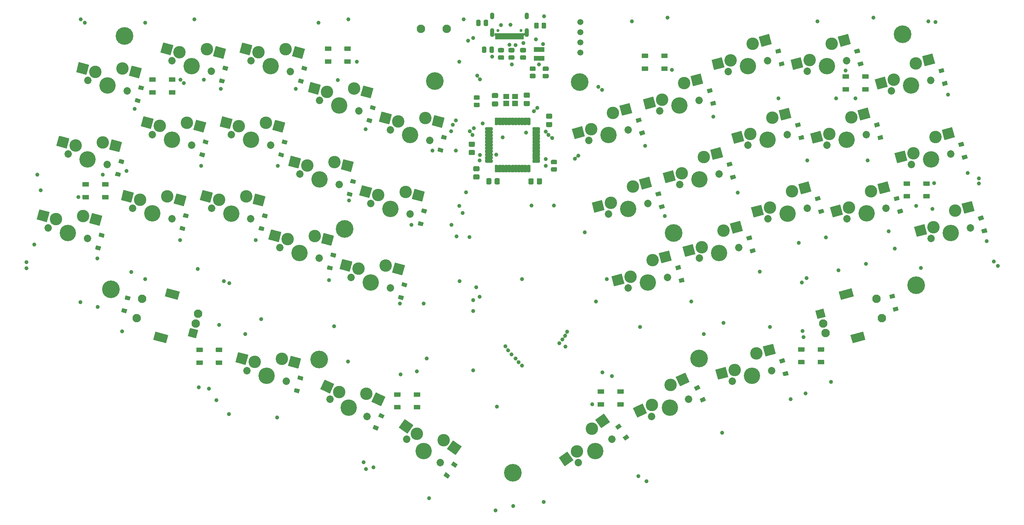
<source format=gbr>
G04 #@! TF.GenerationSoftware,KiCad,Pcbnew,(5.1.9)-1*
G04 #@! TF.CreationDate,2021-04-22T16:52:20-07:00*
G04 #@! TF.ProjectId,euclid36,6575636c-6964-4333-962e-6b696361645f,1.2*
G04 #@! TF.SameCoordinates,PX2faf080PY2faf080*
G04 #@! TF.FileFunction,Soldermask,Bot*
G04 #@! TF.FilePolarity,Negative*
%FSLAX46Y46*%
G04 Gerber Fmt 4.6, Leading zero omitted, Abs format (unit mm)*
G04 Created by KiCad (PCBNEW (5.1.9)-1) date 2021-04-22 16:52:20*
%MOMM*%
%LPD*%
G01*
G04 APERTURE LIST*
%ADD10C,4.402000*%
%ADD11C,0.750000*%
%ADD12O,1.100000X2.200000*%
%ADD13O,1.100000X1.700000*%
%ADD14C,2.102000*%
%ADD15C,1.499000*%
%ADD16C,3.102000*%
%ADD17C,4.089800*%
%ADD18C,1.852000*%
%ADD19C,1.002000*%
%ADD20C,0.100000*%
G04 APERTURE END LIST*
D10*
X101480000Y-90640000D03*
X118140000Y6930000D03*
X82010000Y7180000D03*
X198740000Y18810000D03*
X4570000Y18420000D03*
X59510000Y-29790000D03*
X141620000Y-30800000D03*
X202130000Y-43850000D03*
X147940000Y-62150000D03*
X53190000Y-62400000D03*
X1160000Y-44810000D03*
G36*
G01*
X196902173Y-46914859D02*
X195743062Y-47225442D01*
G75*
G02*
X195680600Y-47189380I-13200J49262D01*
G01*
X195447663Y-46320047D01*
G75*
G02*
X195483725Y-46257585I49262J13200D01*
G01*
X196642836Y-45947002D01*
G75*
G02*
X196705298Y-45983064I13200J-49262D01*
G01*
X196938235Y-46852397D01*
G75*
G02*
X196902173Y-46914859I-49262J-13200D01*
G01*
G37*
G36*
G01*
X197756275Y-50102415D02*
X196597164Y-50412998D01*
G75*
G02*
X196534702Y-50376936I-13200J49262D01*
G01*
X196301765Y-49507603D01*
G75*
G02*
X196337827Y-49445141I49262J13200D01*
G01*
X197496938Y-49134558D01*
G75*
G02*
X197559400Y-49170620I13200J-49262D01*
G01*
X197792337Y-50039953D01*
G75*
G02*
X197756275Y-50102415I-49262J-13200D01*
G01*
G37*
G36*
G01*
X102791000Y3870001D02*
X102791000Y2669999D01*
G75*
G02*
X102740001Y2619000I-50999J0D01*
G01*
X101339999Y2619000D01*
G75*
G02*
X101289000Y2669999I0J50999D01*
G01*
X101289000Y3870001D01*
G75*
G02*
X101339999Y3921000I50999J0D01*
G01*
X102740001Y3921000D01*
G75*
G02*
X102791000Y3870001I0J-50999D01*
G01*
G37*
G36*
G01*
X100591000Y3870001D02*
X100591000Y2669999D01*
G75*
G02*
X100540001Y2619000I-50999J0D01*
G01*
X99139999Y2619000D01*
G75*
G02*
X99089000Y2669999I0J50999D01*
G01*
X99089000Y3870001D01*
G75*
G02*
X99139999Y3921000I50999J0D01*
G01*
X100540001Y3921000D01*
G75*
G02*
X100591000Y3870001I0J-50999D01*
G01*
G37*
G36*
G01*
X100591000Y2170001D02*
X100591000Y969999D01*
G75*
G02*
X100540001Y919000I-50999J0D01*
G01*
X99139999Y919000D01*
G75*
G02*
X99089000Y969999I0J50999D01*
G01*
X99089000Y2170001D01*
G75*
G02*
X99139999Y2221000I50999J0D01*
G01*
X100540001Y2221000D01*
G75*
G02*
X100591000Y2170001I0J-50999D01*
G01*
G37*
G36*
G01*
X102791000Y2170001D02*
X102791000Y969999D01*
G75*
G02*
X102740001Y919000I-50999J0D01*
G01*
X101339999Y919000D01*
G75*
G02*
X101289000Y969999I0J50999D01*
G01*
X101289000Y2170001D01*
G75*
G02*
X101339999Y2221000I50999J0D01*
G01*
X102740001Y2221000D01*
G75*
G02*
X102791000Y2170001I0J-50999D01*
G01*
G37*
G36*
G01*
X103535000Y17600000D02*
X103535000Y19050000D01*
G75*
G02*
X103585000Y19100000I50000J0D01*
G01*
X104185000Y19100000D01*
G75*
G02*
X104235000Y19050000I0J-50000D01*
G01*
X104235000Y17600000D01*
G75*
G02*
X104185000Y17550000I-50000J0D01*
G01*
X103585000Y17550000D01*
G75*
G02*
X103535000Y17600000I0J50000D01*
G01*
G37*
G36*
G01*
X97085000Y17600000D02*
X97085000Y19050000D01*
G75*
G02*
X97135000Y19100000I50000J0D01*
G01*
X97735000Y19100000D01*
G75*
G02*
X97785000Y19050000I0J-50000D01*
G01*
X97785000Y17600000D01*
G75*
G02*
X97735000Y17550000I-50000J0D01*
G01*
X97135000Y17550000D01*
G75*
G02*
X97085000Y17600000I0J50000D01*
G01*
G37*
G36*
G01*
X102760000Y17600000D02*
X102760000Y19050000D01*
G75*
G02*
X102810000Y19100000I50000J0D01*
G01*
X103410000Y19100000D01*
G75*
G02*
X103460000Y19050000I0J-50000D01*
G01*
X103460000Y17600000D01*
G75*
G02*
X103410000Y17550000I-50000J0D01*
G01*
X102810000Y17550000D01*
G75*
G02*
X102760000Y17600000I0J50000D01*
G01*
G37*
G36*
G01*
X97860000Y17600000D02*
X97860000Y19050000D01*
G75*
G02*
X97910000Y19100000I50000J0D01*
G01*
X98510000Y19100000D01*
G75*
G02*
X98560000Y19050000I0J-50000D01*
G01*
X98560000Y17600000D01*
G75*
G02*
X98510000Y17550000I-50000J0D01*
G01*
X97910000Y17550000D01*
G75*
G02*
X97860000Y17600000I0J50000D01*
G01*
G37*
G36*
G01*
X98710000Y17600000D02*
X98710000Y19050000D01*
G75*
G02*
X98760000Y19100000I50000J0D01*
G01*
X99060000Y19100000D01*
G75*
G02*
X99110000Y19050000I0J-50000D01*
G01*
X99110000Y17600000D01*
G75*
G02*
X99060000Y17550000I-50000J0D01*
G01*
X98760000Y17550000D01*
G75*
G02*
X98710000Y17600000I0J50000D01*
G01*
G37*
G36*
G01*
X102210000Y17600000D02*
X102210000Y19050000D01*
G75*
G02*
X102260000Y19100000I50000J0D01*
G01*
X102560000Y19100000D01*
G75*
G02*
X102610000Y19050000I0J-50000D01*
G01*
X102610000Y17600000D01*
G75*
G02*
X102560000Y17550000I-50000J0D01*
G01*
X102260000Y17550000D01*
G75*
G02*
X102210000Y17600000I0J50000D01*
G01*
G37*
G36*
G01*
X99210000Y17600000D02*
X99210000Y19050000D01*
G75*
G02*
X99260000Y19100000I50000J0D01*
G01*
X99560000Y19100000D01*
G75*
G02*
X99610000Y19050000I0J-50000D01*
G01*
X99610000Y17600000D01*
G75*
G02*
X99560000Y17550000I-50000J0D01*
G01*
X99260000Y17550000D01*
G75*
G02*
X99210000Y17600000I0J50000D01*
G01*
G37*
G36*
G01*
X101710000Y17600000D02*
X101710000Y19050000D01*
G75*
G02*
X101760000Y19100000I50000J0D01*
G01*
X102060000Y19100000D01*
G75*
G02*
X102110000Y19050000I0J-50000D01*
G01*
X102110000Y17600000D01*
G75*
G02*
X102060000Y17550000I-50000J0D01*
G01*
X101760000Y17550000D01*
G75*
G02*
X101710000Y17600000I0J50000D01*
G01*
G37*
G36*
G01*
X99710000Y17600000D02*
X99710000Y19050000D01*
G75*
G02*
X99760000Y19100000I50000J0D01*
G01*
X100060000Y19100000D01*
G75*
G02*
X100110000Y19050000I0J-50000D01*
G01*
X100110000Y17600000D01*
G75*
G02*
X100060000Y17550000I-50000J0D01*
G01*
X99760000Y17550000D01*
G75*
G02*
X99710000Y17600000I0J50000D01*
G01*
G37*
G36*
G01*
X101210000Y17600000D02*
X101210000Y19050000D01*
G75*
G02*
X101260000Y19100000I50000J0D01*
G01*
X101560000Y19100000D01*
G75*
G02*
X101610000Y19050000I0J-50000D01*
G01*
X101610000Y17600000D01*
G75*
G02*
X101560000Y17550000I-50000J0D01*
G01*
X101260000Y17550000D01*
G75*
G02*
X101210000Y17600000I0J50000D01*
G01*
G37*
G36*
G01*
X100710000Y17600000D02*
X100710000Y19050000D01*
G75*
G02*
X100760000Y19100000I50000J0D01*
G01*
X101060000Y19100000D01*
G75*
G02*
X101110000Y19050000I0J-50000D01*
G01*
X101110000Y17600000D01*
G75*
G02*
X101060000Y17550000I-50000J0D01*
G01*
X100760000Y17550000D01*
G75*
G02*
X100710000Y17600000I0J50000D01*
G01*
G37*
G36*
G01*
X100210000Y17600000D02*
X100210000Y19050000D01*
G75*
G02*
X100260000Y19100000I50000J0D01*
G01*
X100560000Y19100000D01*
G75*
G02*
X100610000Y19050000I0J-50000D01*
G01*
X100610000Y17600000D01*
G75*
G02*
X100560000Y17550000I-50000J0D01*
G01*
X100260000Y17550000D01*
G75*
G02*
X100210000Y17600000I0J50000D01*
G01*
G37*
D11*
X103550000Y19770000D03*
X97770000Y19770000D03*
D12*
X96340000Y19240000D03*
X104980000Y19240000D03*
D13*
X96340000Y23420000D03*
X104980000Y23420000D03*
G36*
G01*
X96970000Y-15460000D02*
X96970000Y-13960000D01*
G75*
G02*
X97170000Y-13760000I200000J0D01*
G01*
X97670000Y-13760000D01*
G75*
G02*
X97870000Y-13960000I0J-200000D01*
G01*
X97870000Y-15460000D01*
G75*
G02*
X97670000Y-15660000I-200000J0D01*
G01*
X97170000Y-15660000D01*
G75*
G02*
X96970000Y-15460000I0J200000D01*
G01*
G37*
G36*
G01*
X97770000Y-15460000D02*
X97770000Y-13960000D01*
G75*
G02*
X97970000Y-13760000I200000J0D01*
G01*
X98470000Y-13760000D01*
G75*
G02*
X98670000Y-13960000I0J-200000D01*
G01*
X98670000Y-15460000D01*
G75*
G02*
X98470000Y-15660000I-200000J0D01*
G01*
X97970000Y-15660000D01*
G75*
G02*
X97770000Y-15460000I0J200000D01*
G01*
G37*
G36*
G01*
X98570000Y-15460000D02*
X98570000Y-13960000D01*
G75*
G02*
X98770000Y-13760000I200000J0D01*
G01*
X99270000Y-13760000D01*
G75*
G02*
X99470000Y-13960000I0J-200000D01*
G01*
X99470000Y-15460000D01*
G75*
G02*
X99270000Y-15660000I-200000J0D01*
G01*
X98770000Y-15660000D01*
G75*
G02*
X98570000Y-15460000I0J200000D01*
G01*
G37*
G36*
G01*
X99370000Y-15460000D02*
X99370000Y-13960000D01*
G75*
G02*
X99570000Y-13760000I200000J0D01*
G01*
X100070000Y-13760000D01*
G75*
G02*
X100270000Y-13960000I0J-200000D01*
G01*
X100270000Y-15460000D01*
G75*
G02*
X100070000Y-15660000I-200000J0D01*
G01*
X99570000Y-15660000D01*
G75*
G02*
X99370000Y-15460000I0J200000D01*
G01*
G37*
G36*
G01*
X100170000Y-15460000D02*
X100170000Y-13960000D01*
G75*
G02*
X100370000Y-13760000I200000J0D01*
G01*
X100870000Y-13760000D01*
G75*
G02*
X101070000Y-13960000I0J-200000D01*
G01*
X101070000Y-15460000D01*
G75*
G02*
X100870000Y-15660000I-200000J0D01*
G01*
X100370000Y-15660000D01*
G75*
G02*
X100170000Y-15460000I0J200000D01*
G01*
G37*
G36*
G01*
X100970000Y-15460000D02*
X100970000Y-13960000D01*
G75*
G02*
X101170000Y-13760000I200000J0D01*
G01*
X101670000Y-13760000D01*
G75*
G02*
X101870000Y-13960000I0J-200000D01*
G01*
X101870000Y-15460000D01*
G75*
G02*
X101670000Y-15660000I-200000J0D01*
G01*
X101170000Y-15660000D01*
G75*
G02*
X100970000Y-15460000I0J200000D01*
G01*
G37*
G36*
G01*
X101770000Y-15460000D02*
X101770000Y-13960000D01*
G75*
G02*
X101970000Y-13760000I200000J0D01*
G01*
X102470000Y-13760000D01*
G75*
G02*
X102670000Y-13960000I0J-200000D01*
G01*
X102670000Y-15460000D01*
G75*
G02*
X102470000Y-15660000I-200000J0D01*
G01*
X101970000Y-15660000D01*
G75*
G02*
X101770000Y-15460000I0J200000D01*
G01*
G37*
G36*
G01*
X102570000Y-15460000D02*
X102570000Y-13960000D01*
G75*
G02*
X102770000Y-13760000I200000J0D01*
G01*
X103270000Y-13760000D01*
G75*
G02*
X103470000Y-13960000I0J-200000D01*
G01*
X103470000Y-15460000D01*
G75*
G02*
X103270000Y-15660000I-200000J0D01*
G01*
X102770000Y-15660000D01*
G75*
G02*
X102570000Y-15460000I0J200000D01*
G01*
G37*
G36*
G01*
X103370000Y-15460000D02*
X103370000Y-13960000D01*
G75*
G02*
X103570000Y-13760000I200000J0D01*
G01*
X104070000Y-13760000D01*
G75*
G02*
X104270000Y-13960000I0J-200000D01*
G01*
X104270000Y-15460000D01*
G75*
G02*
X104070000Y-15660000I-200000J0D01*
G01*
X103570000Y-15660000D01*
G75*
G02*
X103370000Y-15460000I0J200000D01*
G01*
G37*
G36*
G01*
X104170000Y-15460000D02*
X104170000Y-13960000D01*
G75*
G02*
X104370000Y-13760000I200000J0D01*
G01*
X104870000Y-13760000D01*
G75*
G02*
X105070000Y-13960000I0J-200000D01*
G01*
X105070000Y-15460000D01*
G75*
G02*
X104870000Y-15660000I-200000J0D01*
G01*
X104370000Y-15660000D01*
G75*
G02*
X104170000Y-15460000I0J200000D01*
G01*
G37*
G36*
G01*
X104970000Y-15460000D02*
X104970000Y-13960000D01*
G75*
G02*
X105170000Y-13760000I200000J0D01*
G01*
X105670000Y-13760000D01*
G75*
G02*
X105870000Y-13960000I0J-200000D01*
G01*
X105870000Y-15460000D01*
G75*
G02*
X105670000Y-15660000I-200000J0D01*
G01*
X105170000Y-15660000D01*
G75*
G02*
X104970000Y-15460000I0J200000D01*
G01*
G37*
G36*
G01*
X106370000Y-13060000D02*
X106370000Y-12560000D01*
G75*
G02*
X106570000Y-12360000I200000J0D01*
G01*
X108070000Y-12360000D01*
G75*
G02*
X108270000Y-12560000I0J-200000D01*
G01*
X108270000Y-13060000D01*
G75*
G02*
X108070000Y-13260000I-200000J0D01*
G01*
X106570000Y-13260000D01*
G75*
G02*
X106370000Y-13060000I0J200000D01*
G01*
G37*
G36*
G01*
X106370000Y-12260000D02*
X106370000Y-11760000D01*
G75*
G02*
X106570000Y-11560000I200000J0D01*
G01*
X108070000Y-11560000D01*
G75*
G02*
X108270000Y-11760000I0J-200000D01*
G01*
X108270000Y-12260000D01*
G75*
G02*
X108070000Y-12460000I-200000J0D01*
G01*
X106570000Y-12460000D01*
G75*
G02*
X106370000Y-12260000I0J200000D01*
G01*
G37*
G36*
G01*
X106370000Y-11460000D02*
X106370000Y-10960000D01*
G75*
G02*
X106570000Y-10760000I200000J0D01*
G01*
X108070000Y-10760000D01*
G75*
G02*
X108270000Y-10960000I0J-200000D01*
G01*
X108270000Y-11460000D01*
G75*
G02*
X108070000Y-11660000I-200000J0D01*
G01*
X106570000Y-11660000D01*
G75*
G02*
X106370000Y-11460000I0J200000D01*
G01*
G37*
G36*
G01*
X106370000Y-10660000D02*
X106370000Y-10160000D01*
G75*
G02*
X106570000Y-9960000I200000J0D01*
G01*
X108070000Y-9960000D01*
G75*
G02*
X108270000Y-10160000I0J-200000D01*
G01*
X108270000Y-10660000D01*
G75*
G02*
X108070000Y-10860000I-200000J0D01*
G01*
X106570000Y-10860000D01*
G75*
G02*
X106370000Y-10660000I0J200000D01*
G01*
G37*
G36*
G01*
X106370000Y-9860000D02*
X106370000Y-9360000D01*
G75*
G02*
X106570000Y-9160000I200000J0D01*
G01*
X108070000Y-9160000D01*
G75*
G02*
X108270000Y-9360000I0J-200000D01*
G01*
X108270000Y-9860000D01*
G75*
G02*
X108070000Y-10060000I-200000J0D01*
G01*
X106570000Y-10060000D01*
G75*
G02*
X106370000Y-9860000I0J200000D01*
G01*
G37*
G36*
G01*
X106370000Y-9060000D02*
X106370000Y-8560000D01*
G75*
G02*
X106570000Y-8360000I200000J0D01*
G01*
X108070000Y-8360000D01*
G75*
G02*
X108270000Y-8560000I0J-200000D01*
G01*
X108270000Y-9060000D01*
G75*
G02*
X108070000Y-9260000I-200000J0D01*
G01*
X106570000Y-9260000D01*
G75*
G02*
X106370000Y-9060000I0J200000D01*
G01*
G37*
G36*
G01*
X106370000Y-8260000D02*
X106370000Y-7760000D01*
G75*
G02*
X106570000Y-7560000I200000J0D01*
G01*
X108070000Y-7560000D01*
G75*
G02*
X108270000Y-7760000I0J-200000D01*
G01*
X108270000Y-8260000D01*
G75*
G02*
X108070000Y-8460000I-200000J0D01*
G01*
X106570000Y-8460000D01*
G75*
G02*
X106370000Y-8260000I0J200000D01*
G01*
G37*
G36*
G01*
X106370000Y-7460000D02*
X106370000Y-6960000D01*
G75*
G02*
X106570000Y-6760000I200000J0D01*
G01*
X108070000Y-6760000D01*
G75*
G02*
X108270000Y-6960000I0J-200000D01*
G01*
X108270000Y-7460000D01*
G75*
G02*
X108070000Y-7660000I-200000J0D01*
G01*
X106570000Y-7660000D01*
G75*
G02*
X106370000Y-7460000I0J200000D01*
G01*
G37*
G36*
G01*
X106370000Y-6660000D02*
X106370000Y-6160000D01*
G75*
G02*
X106570000Y-5960000I200000J0D01*
G01*
X108070000Y-5960000D01*
G75*
G02*
X108270000Y-6160000I0J-200000D01*
G01*
X108270000Y-6660000D01*
G75*
G02*
X108070000Y-6860000I-200000J0D01*
G01*
X106570000Y-6860000D01*
G75*
G02*
X106370000Y-6660000I0J200000D01*
G01*
G37*
G36*
G01*
X106370000Y-5860000D02*
X106370000Y-5360000D01*
G75*
G02*
X106570000Y-5160000I200000J0D01*
G01*
X108070000Y-5160000D01*
G75*
G02*
X108270000Y-5360000I0J-200000D01*
G01*
X108270000Y-5860000D01*
G75*
G02*
X108070000Y-6060000I-200000J0D01*
G01*
X106570000Y-6060000D01*
G75*
G02*
X106370000Y-5860000I0J200000D01*
G01*
G37*
G36*
G01*
X106370000Y-5060000D02*
X106370000Y-4560000D01*
G75*
G02*
X106570000Y-4360000I200000J0D01*
G01*
X108070000Y-4360000D01*
G75*
G02*
X108270000Y-4560000I0J-200000D01*
G01*
X108270000Y-5060000D01*
G75*
G02*
X108070000Y-5260000I-200000J0D01*
G01*
X106570000Y-5260000D01*
G75*
G02*
X106370000Y-5060000I0J200000D01*
G01*
G37*
G36*
G01*
X104970000Y-3660000D02*
X104970000Y-2160000D01*
G75*
G02*
X105170000Y-1960000I200000J0D01*
G01*
X105670000Y-1960000D01*
G75*
G02*
X105870000Y-2160000I0J-200000D01*
G01*
X105870000Y-3660000D01*
G75*
G02*
X105670000Y-3860000I-200000J0D01*
G01*
X105170000Y-3860000D01*
G75*
G02*
X104970000Y-3660000I0J200000D01*
G01*
G37*
G36*
G01*
X104170000Y-3660000D02*
X104170000Y-2160000D01*
G75*
G02*
X104370000Y-1960000I200000J0D01*
G01*
X104870000Y-1960000D01*
G75*
G02*
X105070000Y-2160000I0J-200000D01*
G01*
X105070000Y-3660000D01*
G75*
G02*
X104870000Y-3860000I-200000J0D01*
G01*
X104370000Y-3860000D01*
G75*
G02*
X104170000Y-3660000I0J200000D01*
G01*
G37*
G36*
G01*
X103370000Y-3660000D02*
X103370000Y-2160000D01*
G75*
G02*
X103570000Y-1960000I200000J0D01*
G01*
X104070000Y-1960000D01*
G75*
G02*
X104270000Y-2160000I0J-200000D01*
G01*
X104270000Y-3660000D01*
G75*
G02*
X104070000Y-3860000I-200000J0D01*
G01*
X103570000Y-3860000D01*
G75*
G02*
X103370000Y-3660000I0J200000D01*
G01*
G37*
G36*
G01*
X102570000Y-3660000D02*
X102570000Y-2160000D01*
G75*
G02*
X102770000Y-1960000I200000J0D01*
G01*
X103270000Y-1960000D01*
G75*
G02*
X103470000Y-2160000I0J-200000D01*
G01*
X103470000Y-3660000D01*
G75*
G02*
X103270000Y-3860000I-200000J0D01*
G01*
X102770000Y-3860000D01*
G75*
G02*
X102570000Y-3660000I0J200000D01*
G01*
G37*
G36*
G01*
X101770000Y-3660000D02*
X101770000Y-2160000D01*
G75*
G02*
X101970000Y-1960000I200000J0D01*
G01*
X102470000Y-1960000D01*
G75*
G02*
X102670000Y-2160000I0J-200000D01*
G01*
X102670000Y-3660000D01*
G75*
G02*
X102470000Y-3860000I-200000J0D01*
G01*
X101970000Y-3860000D01*
G75*
G02*
X101770000Y-3660000I0J200000D01*
G01*
G37*
G36*
G01*
X100970000Y-3660000D02*
X100970000Y-2160000D01*
G75*
G02*
X101170000Y-1960000I200000J0D01*
G01*
X101670000Y-1960000D01*
G75*
G02*
X101870000Y-2160000I0J-200000D01*
G01*
X101870000Y-3660000D01*
G75*
G02*
X101670000Y-3860000I-200000J0D01*
G01*
X101170000Y-3860000D01*
G75*
G02*
X100970000Y-3660000I0J200000D01*
G01*
G37*
G36*
G01*
X100170000Y-3660000D02*
X100170000Y-2160000D01*
G75*
G02*
X100370000Y-1960000I200000J0D01*
G01*
X100870000Y-1960000D01*
G75*
G02*
X101070000Y-2160000I0J-200000D01*
G01*
X101070000Y-3660000D01*
G75*
G02*
X100870000Y-3860000I-200000J0D01*
G01*
X100370000Y-3860000D01*
G75*
G02*
X100170000Y-3660000I0J200000D01*
G01*
G37*
G36*
G01*
X99370000Y-3660000D02*
X99370000Y-2160000D01*
G75*
G02*
X99570000Y-1960000I200000J0D01*
G01*
X100070000Y-1960000D01*
G75*
G02*
X100270000Y-2160000I0J-200000D01*
G01*
X100270000Y-3660000D01*
G75*
G02*
X100070000Y-3860000I-200000J0D01*
G01*
X99570000Y-3860000D01*
G75*
G02*
X99370000Y-3660000I0J200000D01*
G01*
G37*
G36*
G01*
X98570000Y-3660000D02*
X98570000Y-2160000D01*
G75*
G02*
X98770000Y-1960000I200000J0D01*
G01*
X99270000Y-1960000D01*
G75*
G02*
X99470000Y-2160000I0J-200000D01*
G01*
X99470000Y-3660000D01*
G75*
G02*
X99270000Y-3860000I-200000J0D01*
G01*
X98770000Y-3860000D01*
G75*
G02*
X98570000Y-3660000I0J200000D01*
G01*
G37*
G36*
G01*
X97770000Y-3660000D02*
X97770000Y-2160000D01*
G75*
G02*
X97970000Y-1960000I200000J0D01*
G01*
X98470000Y-1960000D01*
G75*
G02*
X98670000Y-2160000I0J-200000D01*
G01*
X98670000Y-3660000D01*
G75*
G02*
X98470000Y-3860000I-200000J0D01*
G01*
X97970000Y-3860000D01*
G75*
G02*
X97770000Y-3660000I0J200000D01*
G01*
G37*
G36*
G01*
X96970000Y-3660000D02*
X96970000Y-2160000D01*
G75*
G02*
X97170000Y-1960000I200000J0D01*
G01*
X97670000Y-1960000D01*
G75*
G02*
X97870000Y-2160000I0J-200000D01*
G01*
X97870000Y-3660000D01*
G75*
G02*
X97670000Y-3860000I-200000J0D01*
G01*
X97170000Y-3860000D01*
G75*
G02*
X96970000Y-3660000I0J200000D01*
G01*
G37*
G36*
G01*
X94570000Y-5060000D02*
X94570000Y-4560000D01*
G75*
G02*
X94770000Y-4360000I200000J0D01*
G01*
X96270000Y-4360000D01*
G75*
G02*
X96470000Y-4560000I0J-200000D01*
G01*
X96470000Y-5060000D01*
G75*
G02*
X96270000Y-5260000I-200000J0D01*
G01*
X94770000Y-5260000D01*
G75*
G02*
X94570000Y-5060000I0J200000D01*
G01*
G37*
G36*
G01*
X94570000Y-5860000D02*
X94570000Y-5360000D01*
G75*
G02*
X94770000Y-5160000I200000J0D01*
G01*
X96270000Y-5160000D01*
G75*
G02*
X96470000Y-5360000I0J-200000D01*
G01*
X96470000Y-5860000D01*
G75*
G02*
X96270000Y-6060000I-200000J0D01*
G01*
X94770000Y-6060000D01*
G75*
G02*
X94570000Y-5860000I0J200000D01*
G01*
G37*
G36*
G01*
X94570000Y-6660000D02*
X94570000Y-6160000D01*
G75*
G02*
X94770000Y-5960000I200000J0D01*
G01*
X96270000Y-5960000D01*
G75*
G02*
X96470000Y-6160000I0J-200000D01*
G01*
X96470000Y-6660000D01*
G75*
G02*
X96270000Y-6860000I-200000J0D01*
G01*
X94770000Y-6860000D01*
G75*
G02*
X94570000Y-6660000I0J200000D01*
G01*
G37*
G36*
G01*
X94570000Y-7460000D02*
X94570000Y-6960000D01*
G75*
G02*
X94770000Y-6760000I200000J0D01*
G01*
X96270000Y-6760000D01*
G75*
G02*
X96470000Y-6960000I0J-200000D01*
G01*
X96470000Y-7460000D01*
G75*
G02*
X96270000Y-7660000I-200000J0D01*
G01*
X94770000Y-7660000D01*
G75*
G02*
X94570000Y-7460000I0J200000D01*
G01*
G37*
G36*
G01*
X94570000Y-8260000D02*
X94570000Y-7760000D01*
G75*
G02*
X94770000Y-7560000I200000J0D01*
G01*
X96270000Y-7560000D01*
G75*
G02*
X96470000Y-7760000I0J-200000D01*
G01*
X96470000Y-8260000D01*
G75*
G02*
X96270000Y-8460000I-200000J0D01*
G01*
X94770000Y-8460000D01*
G75*
G02*
X94570000Y-8260000I0J200000D01*
G01*
G37*
G36*
G01*
X94570000Y-9060000D02*
X94570000Y-8560000D01*
G75*
G02*
X94770000Y-8360000I200000J0D01*
G01*
X96270000Y-8360000D01*
G75*
G02*
X96470000Y-8560000I0J-200000D01*
G01*
X96470000Y-9060000D01*
G75*
G02*
X96270000Y-9260000I-200000J0D01*
G01*
X94770000Y-9260000D01*
G75*
G02*
X94570000Y-9060000I0J200000D01*
G01*
G37*
G36*
G01*
X94570000Y-9860000D02*
X94570000Y-9360000D01*
G75*
G02*
X94770000Y-9160000I200000J0D01*
G01*
X96270000Y-9160000D01*
G75*
G02*
X96470000Y-9360000I0J-200000D01*
G01*
X96470000Y-9860000D01*
G75*
G02*
X96270000Y-10060000I-200000J0D01*
G01*
X94770000Y-10060000D01*
G75*
G02*
X94570000Y-9860000I0J200000D01*
G01*
G37*
G36*
G01*
X94570000Y-10660000D02*
X94570000Y-10160000D01*
G75*
G02*
X94770000Y-9960000I200000J0D01*
G01*
X96270000Y-9960000D01*
G75*
G02*
X96470000Y-10160000I0J-200000D01*
G01*
X96470000Y-10660000D01*
G75*
G02*
X96270000Y-10860000I-200000J0D01*
G01*
X94770000Y-10860000D01*
G75*
G02*
X94570000Y-10660000I0J200000D01*
G01*
G37*
G36*
G01*
X94570000Y-11460000D02*
X94570000Y-10960000D01*
G75*
G02*
X94770000Y-10760000I200000J0D01*
G01*
X96270000Y-10760000D01*
G75*
G02*
X96470000Y-10960000I0J-200000D01*
G01*
X96470000Y-11460000D01*
G75*
G02*
X96270000Y-11660000I-200000J0D01*
G01*
X94770000Y-11660000D01*
G75*
G02*
X94570000Y-11460000I0J200000D01*
G01*
G37*
G36*
G01*
X94570000Y-12260000D02*
X94570000Y-11760000D01*
G75*
G02*
X94770000Y-11560000I200000J0D01*
G01*
X96270000Y-11560000D01*
G75*
G02*
X96470000Y-11760000I0J-200000D01*
G01*
X96470000Y-12260000D01*
G75*
G02*
X96270000Y-12460000I-200000J0D01*
G01*
X94770000Y-12460000D01*
G75*
G02*
X94570000Y-12260000I0J200000D01*
G01*
G37*
G36*
G01*
X94570000Y-13060000D02*
X94570000Y-12560000D01*
G75*
G02*
X94770000Y-12360000I200000J0D01*
G01*
X96270000Y-12360000D01*
G75*
G02*
X96470000Y-12560000I0J-200000D01*
G01*
X96470000Y-13060000D01*
G75*
G02*
X96270000Y-13260000I-200000J0D01*
G01*
X94770000Y-13260000D01*
G75*
G02*
X94570000Y-13060000I0J200000D01*
G01*
G37*
G36*
G01*
X107754999Y13411000D02*
X108405001Y13411000D01*
G75*
G02*
X108456000Y13360001I0J-50999D01*
G01*
X108456000Y12299999D01*
G75*
G02*
X108405001Y12249000I-50999J0D01*
G01*
X107754999Y12249000D01*
G75*
G02*
X107704000Y12299999I0J50999D01*
G01*
X107704000Y13360001D01*
G75*
G02*
X107754999Y13411000I50999J0D01*
G01*
G37*
G36*
G01*
X106804999Y13411000D02*
X107455001Y13411000D01*
G75*
G02*
X107506000Y13360001I0J-50999D01*
G01*
X107506000Y12299999D01*
G75*
G02*
X107455001Y12249000I-50999J0D01*
G01*
X106804999Y12249000D01*
G75*
G02*
X106754000Y12299999I0J50999D01*
G01*
X106754000Y13360001D01*
G75*
G02*
X106804999Y13411000I50999J0D01*
G01*
G37*
G36*
G01*
X108704999Y13411000D02*
X109355001Y13411000D01*
G75*
G02*
X109406000Y13360001I0J-50999D01*
G01*
X109406000Y12299999D01*
G75*
G02*
X109355001Y12249000I-50999J0D01*
G01*
X108704999Y12249000D01*
G75*
G02*
X108654000Y12299999I0J50999D01*
G01*
X108654000Y13360001D01*
G75*
G02*
X108704999Y13411000I50999J0D01*
G01*
G37*
G36*
G01*
X108704999Y15611000D02*
X109355001Y15611000D01*
G75*
G02*
X109406000Y15560001I0J-50999D01*
G01*
X109406000Y14499999D01*
G75*
G02*
X109355001Y14449000I-50999J0D01*
G01*
X108704999Y14449000D01*
G75*
G02*
X108654000Y14499999I0J50999D01*
G01*
X108654000Y15560001D01*
G75*
G02*
X108704999Y15611000I50999J0D01*
G01*
G37*
G36*
G01*
X107754999Y15611000D02*
X108405001Y15611000D01*
G75*
G02*
X108456000Y15560001I0J-50999D01*
G01*
X108456000Y14499999D01*
G75*
G02*
X108405001Y14449000I-50999J0D01*
G01*
X107754999Y14449000D01*
G75*
G02*
X107704000Y14499999I0J50999D01*
G01*
X107704000Y15560001D01*
G75*
G02*
X107754999Y15611000I50999J0D01*
G01*
G37*
G36*
G01*
X106804999Y15611000D02*
X107455001Y15611000D01*
G75*
G02*
X107506000Y15560001I0J-50999D01*
G01*
X107506000Y14499999D01*
G75*
G02*
X107455001Y14449000I-50999J0D01*
G01*
X106804999Y14449000D01*
G75*
G02*
X106754000Y14499999I0J50999D01*
G01*
X106754000Y15560001D01*
G75*
G02*
X106804999Y15611000I50999J0D01*
G01*
G37*
G36*
G01*
X177532532Y-52199520D02*
X177014894Y-50267668D01*
G75*
G02*
X177050956Y-50205206I49262J13200D01*
G01*
X178982808Y-49687568D01*
G75*
G02*
X179045270Y-49723630I13200J-49262D01*
G01*
X179562908Y-51655482D01*
G75*
G02*
X179526846Y-51717944I-49262J-13200D01*
G01*
X177594994Y-52235582D01*
G75*
G02*
X177532532Y-52199520I-13200J49262D01*
G01*
G37*
D14*
X178935948Y-53376390D03*
X179582996Y-55791204D03*
G36*
G01*
X183395081Y-47419298D02*
X182877443Y-45487447D01*
G75*
G02*
X182913505Y-45424985I49262J13200D01*
G01*
X186004467Y-44596764D01*
G75*
G02*
X186066929Y-44632826I13200J-49262D01*
G01*
X186584567Y-46564677D01*
G75*
G02*
X186548505Y-46627139I-49262J-13200D01*
G01*
X183457543Y-47455360D01*
G75*
G02*
X183395081Y-47419298I-13200J49262D01*
G01*
G37*
G36*
G01*
X186293855Y-58237668D02*
X185776217Y-56305817D01*
G75*
G02*
X185812279Y-56243355I49262J13200D01*
G01*
X188903241Y-55415134D01*
G75*
G02*
X188965703Y-55451196I13200J-49262D01*
G01*
X189483341Y-57383047D01*
G75*
G02*
X189447279Y-57445509I-49262J-13200D01*
G01*
X186356317Y-58273730D01*
G75*
G02*
X186293855Y-58237668I-13200J49262D01*
G01*
G37*
X192294825Y-47208699D03*
X193588920Y-52038328D03*
G36*
G01*
X22922607Y-55097297D02*
X22404969Y-57029149D01*
G75*
G02*
X22342507Y-57065211I-49262J13200D01*
G01*
X20410655Y-56547573D01*
G75*
G02*
X20374593Y-56485111I13200J49262D01*
G01*
X20892231Y-54553259D01*
G75*
G02*
X20954693Y-54517197I49262J-13200D01*
G01*
X22886545Y-55034835D01*
G75*
G02*
X22922607Y-55097297I-13200J-49262D01*
G01*
G37*
X22295648Y-53376390D03*
X22942695Y-50961575D03*
G36*
G01*
X15455379Y-56305817D02*
X14937741Y-58237668D01*
G75*
G02*
X14875279Y-58273730I-49262J13200D01*
G01*
X11784317Y-57445509D01*
G75*
G02*
X11748255Y-57383047I13200J49262D01*
G01*
X12265893Y-55451196D01*
G75*
G02*
X12328355Y-55415134I49262J-13200D01*
G01*
X15419317Y-56243355D01*
G75*
G02*
X15455379Y-56305817I-13200J-49262D01*
G01*
G37*
G36*
G01*
X18354153Y-45487447D02*
X17836515Y-47419298D01*
G75*
G02*
X17774053Y-47455360I-49262J13200D01*
G01*
X14683091Y-46627139D01*
G75*
G02*
X14647029Y-46564677I13200J49262D01*
G01*
X15164667Y-44632826D01*
G75*
G02*
X15227129Y-44596764I49262J-13200D01*
G01*
X18318091Y-45424985D01*
G75*
G02*
X18354153Y-45487447I-13200J-49262D01*
G01*
G37*
X7642676Y-52038328D03*
X8936771Y-47208699D03*
G36*
G01*
X101616124Y14289000D02*
X100663876Y14289000D01*
G75*
G02*
X100389000Y14563876I0J274876D01*
G01*
X100389000Y15141124D01*
G75*
G02*
X100663876Y15416000I274876J0D01*
G01*
X101616124Y15416000D01*
G75*
G02*
X101891000Y15141124I0J-274876D01*
G01*
X101891000Y14563876D01*
G75*
G02*
X101616124Y14289000I-274876J0D01*
G01*
G37*
G36*
G01*
X101616124Y12464000D02*
X100663876Y12464000D01*
G75*
G02*
X100389000Y12738876I0J274876D01*
G01*
X100389000Y13316124D01*
G75*
G02*
X100663876Y13591000I274876J0D01*
G01*
X101616124Y13591000D01*
G75*
G02*
X101891000Y13316124I0J-274876D01*
G01*
X101891000Y12738876D01*
G75*
G02*
X101616124Y12464000I-274876J0D01*
G01*
G37*
G36*
G01*
X104526124Y14279000D02*
X103573876Y14279000D01*
G75*
G02*
X103299000Y14553876I0J274876D01*
G01*
X103299000Y15131124D01*
G75*
G02*
X103573876Y15406000I274876J0D01*
G01*
X104526124Y15406000D01*
G75*
G02*
X104801000Y15131124I0J-274876D01*
G01*
X104801000Y14553876D01*
G75*
G02*
X104526124Y14279000I-274876J0D01*
G01*
G37*
G36*
G01*
X104526124Y12454000D02*
X103573876Y12454000D01*
G75*
G02*
X103299000Y12728876I0J274876D01*
G01*
X103299000Y13306124D01*
G75*
G02*
X103573876Y13581000I274876J0D01*
G01*
X104526124Y13581000D01*
G75*
G02*
X104801000Y13306124I0J-274876D01*
G01*
X104801000Y12728876D01*
G75*
G02*
X104526124Y12454000I-274876J0D01*
G01*
G37*
G36*
G01*
X99036124Y14289000D02*
X98083876Y14289000D01*
G75*
G02*
X97809000Y14563876I0J274876D01*
G01*
X97809000Y15141124D01*
G75*
G02*
X98083876Y15416000I274876J0D01*
G01*
X99036124Y15416000D01*
G75*
G02*
X99311000Y15141124I0J-274876D01*
G01*
X99311000Y14563876D01*
G75*
G02*
X99036124Y14289000I-274876J0D01*
G01*
G37*
G36*
G01*
X99036124Y12464000D02*
X98083876Y12464000D01*
G75*
G02*
X97809000Y12738876I0J274876D01*
G01*
X97809000Y13316124D01*
G75*
G02*
X98083876Y13591000I274876J0D01*
G01*
X99036124Y13591000D01*
G75*
G02*
X99311000Y13316124I0J-274876D01*
G01*
X99311000Y12738876D01*
G75*
G02*
X99036124Y12464000I-274876J0D01*
G01*
G37*
G36*
G01*
X110156124Y9649000D02*
X109203876Y9649000D01*
G75*
G02*
X108929000Y9923876I0J274876D01*
G01*
X108929000Y10501124D01*
G75*
G02*
X109203876Y10776000I274876J0D01*
G01*
X110156124Y10776000D01*
G75*
G02*
X110431000Y10501124I0J-274876D01*
G01*
X110431000Y9923876D01*
G75*
G02*
X110156124Y9649000I-274876J0D01*
G01*
G37*
G36*
G01*
X110156124Y7824000D02*
X109203876Y7824000D01*
G75*
G02*
X108929000Y8098876I0J274876D01*
G01*
X108929000Y8676124D01*
G75*
G02*
X109203876Y8951000I274876J0D01*
G01*
X110156124Y8951000D01*
G75*
G02*
X110431000Y8676124I0J-274876D01*
G01*
X110431000Y8098876D01*
G75*
G02*
X110156124Y7824000I-274876J0D01*
G01*
G37*
G36*
G01*
X106916124Y9669000D02*
X105963876Y9669000D01*
G75*
G02*
X105689000Y9943876I0J274876D01*
G01*
X105689000Y10521124D01*
G75*
G02*
X105963876Y10796000I274876J0D01*
G01*
X106916124Y10796000D01*
G75*
G02*
X107191000Y10521124I0J-274876D01*
G01*
X107191000Y9943876D01*
G75*
G02*
X106916124Y9669000I-274876J0D01*
G01*
G37*
G36*
G01*
X106916124Y7844000D02*
X105963876Y7844000D01*
G75*
G02*
X105689000Y8118876I0J274876D01*
G01*
X105689000Y8696124D01*
G75*
G02*
X105963876Y8971000I274876J0D01*
G01*
X106916124Y8971000D01*
G75*
G02*
X107191000Y8696124I0J-274876D01*
G01*
X107191000Y8118876D01*
G75*
G02*
X106916124Y7844000I-274876J0D01*
G01*
G37*
G36*
G01*
X108669000Y20513876D02*
X108669000Y21466124D01*
G75*
G02*
X108943876Y21741000I274876J0D01*
G01*
X109521124Y21741000D01*
G75*
G02*
X109796000Y21466124I0J-274876D01*
G01*
X109796000Y20513876D01*
G75*
G02*
X109521124Y20239000I-274876J0D01*
G01*
X108943876Y20239000D01*
G75*
G02*
X108669000Y20513876I0J274876D01*
G01*
G37*
G36*
G01*
X106844000Y20513876D02*
X106844000Y21466124D01*
G75*
G02*
X107118876Y21741000I274876J0D01*
G01*
X107696124Y21741000D01*
G75*
G02*
X107971000Y21466124I0J-274876D01*
G01*
X107971000Y20513876D01*
G75*
G02*
X107696124Y20239000I-274876J0D01*
G01*
X107118876Y20239000D01*
G75*
G02*
X106844000Y20513876I0J274876D01*
G01*
G37*
G36*
G01*
X92013876Y1761000D02*
X92966124Y1761000D01*
G75*
G02*
X93241000Y1486124I0J-274876D01*
G01*
X93241000Y908876D01*
G75*
G02*
X92966124Y634000I-274876J0D01*
G01*
X92013876Y634000D01*
G75*
G02*
X91739000Y908876I0J274876D01*
G01*
X91739000Y1486124D01*
G75*
G02*
X92013876Y1761000I274876J0D01*
G01*
G37*
G36*
G01*
X92013876Y3586000D02*
X92966124Y3586000D01*
G75*
G02*
X93241000Y3311124I0J-274876D01*
G01*
X93241000Y2733876D01*
G75*
G02*
X92966124Y2459000I-274876J0D01*
G01*
X92013876Y2459000D01*
G75*
G02*
X91739000Y2733876I0J274876D01*
G01*
X91739000Y3311124D01*
G75*
G02*
X92013876Y3586000I274876J0D01*
G01*
G37*
G36*
G01*
X112236124Y-13631000D02*
X111283876Y-13631000D01*
G75*
G02*
X111009000Y-13356124I0J274876D01*
G01*
X111009000Y-12778876D01*
G75*
G02*
X111283876Y-12504000I274876J0D01*
G01*
X112236124Y-12504000D01*
G75*
G02*
X112511000Y-12778876I0J-274876D01*
G01*
X112511000Y-13356124D01*
G75*
G02*
X112236124Y-13631000I-274876J0D01*
G01*
G37*
G36*
G01*
X112236124Y-15456000D02*
X111283876Y-15456000D01*
G75*
G02*
X111009000Y-15181124I0J274876D01*
G01*
X111009000Y-14603876D01*
G75*
G02*
X111283876Y-14329000I274876J0D01*
G01*
X112236124Y-14329000D01*
G75*
G02*
X112511000Y-14603876I0J-274876D01*
G01*
X112511000Y-15181124D01*
G75*
G02*
X112236124Y-15456000I-274876J0D01*
G01*
G37*
D15*
X118340000Y21870000D03*
X118340000Y19330000D03*
X118340000Y16790000D03*
X118340000Y14250000D03*
G36*
G01*
X5796938Y-47655442D02*
X4637827Y-47344859D01*
G75*
G02*
X4601765Y-47282397I13200J49262D01*
G01*
X4834702Y-46413064D01*
G75*
G02*
X4897164Y-46377002I49262J-13200D01*
G01*
X6056275Y-46687585D01*
G75*
G02*
X6092337Y-46750047I-13200J-49262D01*
G01*
X5859400Y-47619380D01*
G75*
G02*
X5796938Y-47655442I-49262J13200D01*
G01*
G37*
G36*
G01*
X4942836Y-50842998D02*
X3783725Y-50532415D01*
G75*
G02*
X3747663Y-50469953I13200J49262D01*
G01*
X3980600Y-49600620D01*
G75*
G02*
X4043062Y-49564558I49262J-13200D01*
G01*
X5202173Y-49875141D01*
G75*
G02*
X5238235Y-49937603I-13200J-49262D01*
G01*
X5005298Y-50806936D01*
G75*
G02*
X4942836Y-50842998I-49262J13200D01*
G01*
G37*
G36*
G01*
X94881000Y15480500D02*
X94881000Y14479500D01*
G75*
G02*
X94605500Y14204000I-275500J0D01*
G01*
X94054500Y14204000D01*
G75*
G02*
X93779000Y14479500I0J275500D01*
G01*
X93779000Y15480500D01*
G75*
G02*
X94054500Y15756000I275500J0D01*
G01*
X94605500Y15756000D01*
G75*
G02*
X94881000Y15480500I0J-275500D01*
G01*
G37*
G36*
G01*
X96781000Y15480500D02*
X96781000Y14479500D01*
G75*
G02*
X96505500Y14204000I-275500J0D01*
G01*
X95954500Y14204000D01*
G75*
G02*
X95679000Y14479500I0J275500D01*
G01*
X95679000Y15480500D01*
G75*
G02*
X95954500Y15756000I275500J0D01*
G01*
X96505500Y15756000D01*
G75*
G02*
X96781000Y15480500I0J-275500D01*
G01*
G37*
G36*
G01*
X96535702Y2081000D02*
X97544298Y2081000D01*
G75*
G02*
X97816000Y1809298I0J-271702D01*
G01*
X97816000Y1075702D01*
G75*
G02*
X97544298Y804000I-271702J0D01*
G01*
X96535702Y804000D01*
G75*
G02*
X96264000Y1075702I0J271702D01*
G01*
X96264000Y1809298D01*
G75*
G02*
X96535702Y2081000I271702J0D01*
G01*
G37*
G36*
G01*
X96535702Y4156000D02*
X97544298Y4156000D01*
G75*
G02*
X97816000Y3884298I0J-271702D01*
G01*
X97816000Y3150702D01*
G75*
G02*
X97544298Y2879000I-271702J0D01*
G01*
X96535702Y2879000D01*
G75*
G02*
X96264000Y3150702I0J271702D01*
G01*
X96264000Y3884298D01*
G75*
G02*
X96535702Y4156000I271702J0D01*
G01*
G37*
G36*
G01*
X105484298Y2989000D02*
X104475702Y2989000D01*
G75*
G02*
X104204000Y3260702I0J271702D01*
G01*
X104204000Y3994298D01*
G75*
G02*
X104475702Y4266000I271702J0D01*
G01*
X105484298Y4266000D01*
G75*
G02*
X105756000Y3994298I0J-271702D01*
G01*
X105756000Y3260702D01*
G75*
G02*
X105484298Y2989000I-271702J0D01*
G01*
G37*
G36*
G01*
X105484298Y914000D02*
X104475702Y914000D01*
G75*
G02*
X104204000Y1185702I0J271702D01*
G01*
X104204000Y1919298D01*
G75*
G02*
X104475702Y2191000I271702J0D01*
G01*
X105484298Y2191000D01*
G75*
G02*
X105756000Y1919298I0J-271702D01*
G01*
X105756000Y1185702D01*
G75*
G02*
X105484298Y914000I-271702J0D01*
G01*
G37*
G36*
G01*
X93441000Y22170500D02*
X93441000Y21169500D01*
G75*
G02*
X93165500Y20894000I-275500J0D01*
G01*
X92614500Y20894000D01*
G75*
G02*
X92339000Y21169500I0J275500D01*
G01*
X92339000Y22170500D01*
G75*
G02*
X92614500Y22446000I275500J0D01*
G01*
X93165500Y22446000D01*
G75*
G02*
X93441000Y22170500I0J-275500D01*
G01*
G37*
G36*
G01*
X95341000Y22170500D02*
X95341000Y21169500D01*
G75*
G02*
X95065500Y20894000I-275500J0D01*
G01*
X94514500Y20894000D01*
G75*
G02*
X94239000Y21169500I0J275500D01*
G01*
X94239000Y22170500D01*
G75*
G02*
X94514500Y22446000I275500J0D01*
G01*
X95065500Y22446000D01*
G75*
G02*
X95341000Y22170500I0J-275500D01*
G01*
G37*
G36*
G01*
X96949000Y-18384298D02*
X96949000Y-17375702D01*
G75*
G02*
X97220702Y-17104000I271702J0D01*
G01*
X97954298Y-17104000D01*
G75*
G02*
X98226000Y-17375702I0J-271702D01*
G01*
X98226000Y-18384298D01*
G75*
G02*
X97954298Y-18656000I-271702J0D01*
G01*
X97220702Y-18656000D01*
G75*
G02*
X96949000Y-18384298I0J271702D01*
G01*
G37*
G36*
G01*
X94874000Y-18384298D02*
X94874000Y-17375702D01*
G75*
G02*
X95145702Y-17104000I271702J0D01*
G01*
X95879298Y-17104000D01*
G75*
G02*
X96151000Y-17375702I0J-271702D01*
G01*
X96151000Y-18384298D01*
G75*
G02*
X95879298Y-18656000I-271702J0D01*
G01*
X95145702Y-18656000D01*
G75*
G02*
X94874000Y-18384298I0J271702D01*
G01*
G37*
G36*
G01*
X111064298Y-2261000D02*
X110055702Y-2261000D01*
G75*
G02*
X109784000Y-1989298I0J271702D01*
G01*
X109784000Y-1255702D01*
G75*
G02*
X110055702Y-984000I271702J0D01*
G01*
X111064298Y-984000D01*
G75*
G02*
X111336000Y-1255702I0J-271702D01*
G01*
X111336000Y-1989298D01*
G75*
G02*
X111064298Y-2261000I-271702J0D01*
G01*
G37*
G36*
G01*
X111064298Y-4336000D02*
X110055702Y-4336000D01*
G75*
G02*
X109784000Y-4064298I0J271702D01*
G01*
X109784000Y-3330702D01*
G75*
G02*
X110055702Y-3059000I271702J0D01*
G01*
X111064298Y-3059000D01*
G75*
G02*
X111336000Y-3330702I0J-271702D01*
G01*
X111336000Y-4064298D01*
G75*
G02*
X111064298Y-4336000I-271702J0D01*
G01*
G37*
G36*
G01*
X106671000Y-17385702D02*
X106671000Y-18394298D01*
G75*
G02*
X106399298Y-18666000I-271702J0D01*
G01*
X105665702Y-18666000D01*
G75*
G02*
X105394000Y-18394298I0J271702D01*
G01*
X105394000Y-17385702D01*
G75*
G02*
X105665702Y-17114000I271702J0D01*
G01*
X106399298Y-17114000D01*
G75*
G02*
X106671000Y-17385702I0J-271702D01*
G01*
G37*
G36*
G01*
X108746000Y-17385702D02*
X108746000Y-18394298D01*
G75*
G02*
X108474298Y-18666000I-271702J0D01*
G01*
X107740702Y-18666000D01*
G75*
G02*
X107469000Y-18394298I0J271702D01*
G01*
X107469000Y-17385702D01*
G75*
G02*
X107740702Y-17114000I271702J0D01*
G01*
X108474298Y-17114000D01*
G75*
G02*
X108746000Y-17385702I0J-271702D01*
G01*
G37*
G36*
G01*
X92894298Y-15371000D02*
X91885702Y-15371000D01*
G75*
G02*
X91614000Y-15099298I0J271702D01*
G01*
X91614000Y-14365702D01*
G75*
G02*
X91885702Y-14094000I271702J0D01*
G01*
X92894298Y-14094000D01*
G75*
G02*
X93166000Y-14365702I0J-271702D01*
G01*
X93166000Y-15099298D01*
G75*
G02*
X92894298Y-15371000I-271702J0D01*
G01*
G37*
G36*
G01*
X92894298Y-17446000D02*
X91885702Y-17446000D01*
G75*
G02*
X91614000Y-17174298I0J271702D01*
G01*
X91614000Y-16440702D01*
G75*
G02*
X91885702Y-16169000I271702J0D01*
G01*
X92894298Y-16169000D01*
G75*
G02*
X93166000Y-16440702I0J-271702D01*
G01*
X93166000Y-17174298D01*
G75*
G02*
X92894298Y-17446000I-271702J0D01*
G01*
G37*
G36*
G01*
X90745702Y-10059000D02*
X91754298Y-10059000D01*
G75*
G02*
X92026000Y-10330702I0J-271702D01*
G01*
X92026000Y-11064298D01*
G75*
G02*
X91754298Y-11336000I-271702J0D01*
G01*
X90745702Y-11336000D01*
G75*
G02*
X90474000Y-11064298I0J271702D01*
G01*
X90474000Y-10330702D01*
G75*
G02*
X90745702Y-10059000I271702J0D01*
G01*
G37*
G36*
G01*
X90745702Y-7984000D02*
X91754298Y-7984000D01*
G75*
G02*
X92026000Y-8255702I0J-271702D01*
G01*
X92026000Y-8989298D01*
G75*
G02*
X91754298Y-9261000I-271702J0D01*
G01*
X90745702Y-9261000D01*
G75*
G02*
X90474000Y-8989298I0J271702D01*
G01*
X90474000Y-8255702D01*
G75*
G02*
X90745702Y-7984000I271702J0D01*
G01*
G37*
G36*
G01*
X133639000Y9740000D02*
X133639000Y10740000D01*
G75*
G02*
X133690000Y10791000I51000J0D01*
G01*
X135190000Y10791000D01*
G75*
G02*
X135241000Y10740000I0J-51000D01*
G01*
X135241000Y9740000D01*
G75*
G02*
X135190000Y9689000I-51000J0D01*
G01*
X133690000Y9689000D01*
G75*
G02*
X133639000Y9740000I0J51000D01*
G01*
G37*
G36*
G01*
X133639000Y12940000D02*
X133639000Y13940000D01*
G75*
G02*
X133690000Y13991000I51000J0D01*
G01*
X135190000Y13991000D01*
G75*
G02*
X135241000Y13940000I0J-51000D01*
G01*
X135241000Y12940000D01*
G75*
G02*
X135190000Y12889000I-51000J0D01*
G01*
X133690000Y12889000D01*
G75*
G02*
X133639000Y12940000I0J51000D01*
G01*
G37*
G36*
G01*
X138539000Y9740000D02*
X138539000Y10740000D01*
G75*
G02*
X138590000Y10791000I51000J0D01*
G01*
X140090000Y10791000D01*
G75*
G02*
X140141000Y10740000I0J-51000D01*
G01*
X140141000Y9740000D01*
G75*
G02*
X140090000Y9689000I-51000J0D01*
G01*
X138590000Y9689000D01*
G75*
G02*
X138539000Y9740000I0J51000D01*
G01*
G37*
G36*
G01*
X138539000Y12940000D02*
X138539000Y13940000D01*
G75*
G02*
X138590000Y13991000I51000J0D01*
G01*
X140090000Y13991000D01*
G75*
G02*
X140141000Y13940000I0J-51000D01*
G01*
X140141000Y12940000D01*
G75*
G02*
X140090000Y12889000I-51000J0D01*
G01*
X138590000Y12889000D01*
G75*
G02*
X138539000Y12940000I0J51000D01*
G01*
G37*
G36*
G01*
X183789000Y4570000D02*
X183789000Y5570000D01*
G75*
G02*
X183840000Y5621000I51000J0D01*
G01*
X185340000Y5621000D01*
G75*
G02*
X185391000Y5570000I0J-51000D01*
G01*
X185391000Y4570000D01*
G75*
G02*
X185340000Y4519000I-51000J0D01*
G01*
X183840000Y4519000D01*
G75*
G02*
X183789000Y4570000I0J51000D01*
G01*
G37*
G36*
G01*
X183789000Y7770000D02*
X183789000Y8770000D01*
G75*
G02*
X183840000Y8821000I51000J0D01*
G01*
X185340000Y8821000D01*
G75*
G02*
X185391000Y8770000I0J-51000D01*
G01*
X185391000Y7770000D01*
G75*
G02*
X185340000Y7719000I-51000J0D01*
G01*
X183840000Y7719000D01*
G75*
G02*
X183789000Y7770000I0J51000D01*
G01*
G37*
G36*
G01*
X188689000Y4570000D02*
X188689000Y5570000D01*
G75*
G02*
X188740000Y5621000I51000J0D01*
G01*
X190240000Y5621000D01*
G75*
G02*
X190291000Y5570000I0J-51000D01*
G01*
X190291000Y4570000D01*
G75*
G02*
X190240000Y4519000I-51000J0D01*
G01*
X188740000Y4519000D01*
G75*
G02*
X188689000Y4570000I0J51000D01*
G01*
G37*
G36*
G01*
X188689000Y7770000D02*
X188689000Y8770000D01*
G75*
G02*
X188740000Y8821000I51000J0D01*
G01*
X190240000Y8821000D01*
G75*
G02*
X190291000Y8770000I0J-51000D01*
G01*
X190291000Y7770000D01*
G75*
G02*
X190240000Y7719000I-51000J0D01*
G01*
X188740000Y7719000D01*
G75*
G02*
X188689000Y7770000I0J51000D01*
G01*
G37*
D16*
X121202121Y-79595525D03*
D17*
X122035243Y-85213702D03*
D16*
X117457390Y-85318382D03*
D18*
X117873951Y-88127470D03*
X126196535Y-82299934D03*
G36*
G01*
X114405442Y-88981347D02*
X112971501Y-86933467D01*
G75*
G02*
X112984026Y-86862438I41777J29252D01*
G01*
X115072863Y-85399818D01*
G75*
G02*
X115143892Y-85412343I29252J-41777D01*
G01*
X116577833Y-87460223D01*
G75*
G02*
X116565308Y-87531252I-41777J-29252D01*
G01*
X114476471Y-88993872D01*
G75*
G02*
X114405442Y-88981347I-29252J41777D01*
G01*
G37*
G36*
G01*
X123537736Y-79486078D02*
X122103795Y-77438198D01*
G75*
G02*
X122116320Y-77367169I41777J29252D01*
G01*
X124205157Y-75904549D01*
G75*
G02*
X124276186Y-75917074I29252J-41777D01*
G01*
X125710127Y-77964954D01*
G75*
G02*
X125697602Y-78035983I-41777J-29252D01*
G01*
X123608765Y-79498603D01*
G75*
G02*
X123537736Y-79486078I-29252J41777D01*
G01*
G37*
D16*
X162319043Y-60870943D03*
D17*
X161180392Y-66435247D03*
D16*
X156842814Y-64967896D03*
D18*
X156273489Y-67750048D03*
X166087295Y-65120446D03*
G36*
G01*
X152722113Y-67366130D02*
X152075066Y-64951315D01*
G75*
G02*
X152111128Y-64888853I49262J13200D01*
G01*
X154574239Y-64228864D01*
G75*
G02*
X154636701Y-64264926I13200J-49262D01*
G01*
X155283748Y-66679741D01*
G75*
G02*
X155247686Y-66742203I-49262J-13200D01*
G01*
X152784575Y-67402192D01*
G75*
G02*
X152722113Y-67366130I-13200J49262D01*
G01*
G37*
G36*
G01*
X164551236Y-61566925D02*
X163904189Y-59152110D01*
G75*
G02*
X163940251Y-59089648I49262J13200D01*
G01*
X166403362Y-58429659D01*
G75*
G02*
X166465824Y-58465721I13200J-49262D01*
G01*
X167112871Y-60880536D01*
G75*
G02*
X167076809Y-60942998I-49262J-13200D01*
G01*
X164613698Y-61602987D01*
G75*
G02*
X164551236Y-61566925I-13200J49262D01*
G01*
G37*
D16*
X140887852Y-68741209D03*
D17*
X140732731Y-74418703D03*
D16*
X136206248Y-73726857D03*
D18*
X136128687Y-76565604D03*
X145336775Y-72271802D03*
G36*
G01*
X132564598Y-76804209D02*
X131508053Y-74538440D01*
G75*
G02*
X131532721Y-74470664I46222J21554D01*
G01*
X133843806Y-73392987D01*
G75*
G02*
X133911582Y-73417655I21554J-46222D01*
G01*
X134968127Y-75683424D01*
G75*
G02*
X134943459Y-75751200I-46222J-21554D01*
G01*
X132632374Y-76828877D01*
G75*
G02*
X132564598Y-76804209I-21554J46222D01*
G01*
G37*
G36*
G01*
X143206988Y-69039001D02*
X142150443Y-66773232D01*
G75*
G02*
X142175111Y-66705456I46222J21554D01*
G01*
X144486196Y-65627779D01*
G75*
G02*
X144553972Y-65652447I21554J-46222D01*
G01*
X145610517Y-67918216D01*
G75*
G02*
X145585849Y-67985992I-46222J-21554D01*
G01*
X143274764Y-69063669D01*
G75*
G02*
X143206988Y-69039001I-21554J46222D01*
G01*
G37*
D16*
X84190767Y-82509294D03*
D17*
X79196353Y-85213702D03*
D16*
X77532268Y-80947730D03*
D18*
X75035061Y-82299934D03*
X83357645Y-88127470D03*
G36*
G01*
X73046379Y-79332645D02*
X74480320Y-77284765D01*
G75*
G02*
X74551349Y-77272240I41777J-29252D01*
G01*
X76640186Y-78734860D01*
G75*
G02*
X76652711Y-78805889I-29252J-41777D01*
G01*
X75218770Y-80853769D01*
G75*
G02*
X75147741Y-80866294I-41777J29252D01*
G01*
X73058904Y-79403674D01*
G75*
G02*
X73046379Y-79332645I29252J41777D01*
G01*
G37*
G36*
G01*
X85092442Y-84666621D02*
X86526383Y-82618741D01*
G75*
G02*
X86597412Y-82606216I41777J-29252D01*
G01*
X88686249Y-84068836D01*
G75*
G02*
X88698774Y-84139865I-29252J-41777D01*
G01*
X87264833Y-86187745D01*
G75*
G02*
X87193804Y-86200270I-41777J29252D01*
G01*
X85104967Y-84737650D01*
G75*
G02*
X85092442Y-84666621I29252J41777D01*
G01*
G37*
D16*
X64947788Y-70888110D03*
D17*
X60498865Y-74418703D03*
D16*
X58119283Y-70506506D03*
D18*
X55894821Y-72271802D03*
X65102909Y-76565604D03*
G36*
G01*
X53421088Y-69694923D02*
X54477633Y-67429154D01*
G75*
G02*
X54545409Y-67404486I46222J-21554D01*
G01*
X56856494Y-68482163D01*
G75*
G02*
X56881162Y-68549939I-21554J-46222D01*
G01*
X55824617Y-70815708D01*
G75*
G02*
X55756841Y-70840376I-46222J21554D01*
G01*
X53445756Y-69762699D01*
G75*
G02*
X53421088Y-69694923I21554J46222D01*
G01*
G37*
G36*
G01*
X66210379Y-72856087D02*
X67266924Y-70590318D01*
G75*
G02*
X67334700Y-70565650I46222J-21554D01*
G01*
X69645785Y-71643327D01*
G75*
G02*
X69670453Y-71711103I-21554J-46222D01*
G01*
X68613908Y-73976872D01*
G75*
G02*
X68546132Y-74001540I-46222J21554D01*
G01*
X66235047Y-72923863D01*
G75*
G02*
X66210379Y-72856087I21554J46222D01*
G01*
G37*
D16*
X43819456Y-62185744D03*
D17*
X40051204Y-66435247D03*
D16*
X37028427Y-62995695D03*
D18*
X35144301Y-65120446D03*
X44958107Y-67750048D03*
G36*
G01*
X32260679Y-63012275D02*
X32907726Y-60597460D01*
G75*
G02*
X32970188Y-60561398I49262J-13200D01*
G01*
X35433299Y-61221387D01*
G75*
G02*
X35469361Y-61283849I-13200J-49262D01*
G01*
X34822314Y-63698664D01*
G75*
G02*
X34759852Y-63734726I-49262J13200D01*
G01*
X32296741Y-63074737D01*
G75*
G02*
X32260679Y-63012275I13200J49262D01*
G01*
G37*
G36*
G01*
X45404602Y-63904578D02*
X46051649Y-61489763D01*
G75*
G02*
X46114111Y-61453701I49262J-13200D01*
G01*
X48577222Y-62113690D01*
G75*
G02*
X48613284Y-62176152I-13200J-49262D01*
G01*
X47966237Y-64590967D01*
G75*
G02*
X47903775Y-64627029I-49262J13200D01*
G01*
X45440664Y-63967040D01*
G75*
G02*
X45404602Y-63904578I13200J49262D01*
G01*
G37*
D16*
X211933797Y-25225098D03*
D17*
X210795146Y-30789402D03*
D16*
X206457568Y-29322051D03*
D18*
X205888243Y-32104203D03*
X215702049Y-29474601D03*
G36*
G01*
X202336867Y-31720285D02*
X201689820Y-29305470D01*
G75*
G02*
X201725882Y-29243008I49262J13200D01*
G01*
X204188993Y-28583019D01*
G75*
G02*
X204251455Y-28619081I13200J-49262D01*
G01*
X204898502Y-31033896D01*
G75*
G02*
X204862440Y-31096358I-49262J-13200D01*
G01*
X202399329Y-31756347D01*
G75*
G02*
X202336867Y-31720285I-13200J49262D01*
G01*
G37*
G36*
G01*
X214165990Y-25921080D02*
X213518943Y-23506265D01*
G75*
G02*
X213555005Y-23443803I49262J13200D01*
G01*
X216018116Y-22783814D01*
G75*
G02*
X216080578Y-22819876I13200J-49262D01*
G01*
X216727625Y-25234691D01*
G75*
G02*
X216691563Y-25297153I-49262J-13200D01*
G01*
X214228452Y-25957142D01*
G75*
G02*
X214165990Y-25921080I-13200J49262D01*
G01*
G37*
D16*
X190903311Y-20341795D03*
D17*
X189764660Y-25906099D03*
D16*
X185427082Y-24438748D03*
D18*
X184857757Y-27220900D03*
X194671563Y-24591298D03*
G36*
G01*
X181306381Y-26836982D02*
X180659334Y-24422167D01*
G75*
G02*
X180695396Y-24359705I49262J13200D01*
G01*
X183158507Y-23699716D01*
G75*
G02*
X183220969Y-23735778I13200J-49262D01*
G01*
X183868016Y-26150593D01*
G75*
G02*
X183831954Y-26213055I-49262J-13200D01*
G01*
X181368843Y-26873044D01*
G75*
G02*
X181306381Y-26836982I-13200J49262D01*
G01*
G37*
G36*
G01*
X193135504Y-21037777D02*
X192488457Y-18622962D01*
G75*
G02*
X192524519Y-18560500I49262J13200D01*
G01*
X194987630Y-17900511D01*
G75*
G02*
X195050092Y-17936573I13200J-49262D01*
G01*
X195697139Y-20351388D01*
G75*
G02*
X195661077Y-20413850I-49262J-13200D01*
G01*
X193197966Y-21073839D01*
G75*
G02*
X193135504Y-21037777I-13200J49262D01*
G01*
G37*
D16*
X171187624Y-20365394D03*
D17*
X170048973Y-25929698D03*
D16*
X165711395Y-24462347D03*
D18*
X165142070Y-27244499D03*
X174955876Y-24614897D03*
G36*
G01*
X161590694Y-26860581D02*
X160943647Y-24445766D01*
G75*
G02*
X160979709Y-24383304I49262J13200D01*
G01*
X163442820Y-23723315D01*
G75*
G02*
X163505282Y-23759377I13200J-49262D01*
G01*
X164152329Y-26174192D01*
G75*
G02*
X164116267Y-26236654I-49262J-13200D01*
G01*
X161653156Y-26896643D01*
G75*
G02*
X161590694Y-26860581I-13200J49262D01*
G01*
G37*
G36*
G01*
X173419817Y-21061376D02*
X172772770Y-18646561D01*
G75*
G02*
X172808832Y-18584099I49262J13200D01*
G01*
X175271943Y-17924110D01*
G75*
G02*
X175334405Y-17960172I13200J-49262D01*
G01*
X175981452Y-20374987D01*
G75*
G02*
X175945390Y-20437449I-49262J-13200D01*
G01*
X173482279Y-21097438D01*
G75*
G02*
X173419817Y-21061376I-13200J49262D01*
G01*
G37*
D16*
X154101539Y-30202799D03*
D17*
X152962888Y-35767103D03*
D16*
X148625310Y-34299752D03*
D18*
X148055985Y-37081904D03*
X157869791Y-34452302D03*
G36*
G01*
X144504609Y-36697986D02*
X143857562Y-34283171D01*
G75*
G02*
X143893624Y-34220709I49262J13200D01*
G01*
X146356735Y-33560720D01*
G75*
G02*
X146419197Y-33596782I13200J-49262D01*
G01*
X147066244Y-36011597D01*
G75*
G02*
X147030182Y-36074059I-49262J-13200D01*
G01*
X144567071Y-36734048D01*
G75*
G02*
X144504609Y-36697986I-13200J49262D01*
G01*
G37*
G36*
G01*
X156333732Y-30898781D02*
X155686685Y-28483966D01*
G75*
G02*
X155722747Y-28421504I49262J13200D01*
G01*
X158185858Y-27761515D01*
G75*
G02*
X158248320Y-27797577I13200J-49262D01*
G01*
X158895367Y-30212392D01*
G75*
G02*
X158859305Y-30274854I-49262J-13200D01*
G01*
X156396194Y-30934843D01*
G75*
G02*
X156333732Y-30898781I-13200J49262D01*
G01*
G37*
D16*
X136358053Y-37586753D03*
D17*
X135219402Y-43151057D03*
D16*
X130881824Y-41683706D03*
D18*
X130312499Y-44465858D03*
X140126305Y-41836256D03*
G36*
G01*
X126761123Y-44081940D02*
X126114076Y-41667125D01*
G75*
G02*
X126150138Y-41604663I49262J13200D01*
G01*
X128613249Y-40944674D01*
G75*
G02*
X128675711Y-40980736I13200J-49262D01*
G01*
X129322758Y-43395551D01*
G75*
G02*
X129286696Y-43458013I-49262J-13200D01*
G01*
X126823585Y-44118002D01*
G75*
G02*
X126761123Y-44081940I-13200J49262D01*
G01*
G37*
G36*
G01*
X138590246Y-38282735D02*
X137943199Y-35867920D01*
G75*
G02*
X137979261Y-35805458I49262J13200D01*
G01*
X140442372Y-35145469D01*
G75*
G02*
X140504834Y-35181531I13200J-49262D01*
G01*
X141151881Y-37596346D01*
G75*
G02*
X141115819Y-37658808I-49262J-13200D01*
G01*
X138652708Y-38318797D01*
G75*
G02*
X138590246Y-38282735I-13200J49262D01*
G01*
G37*
D16*
X207003295Y-6824212D03*
D17*
X205864644Y-12388516D03*
D16*
X201527066Y-10921165D03*
D18*
X200957741Y-13703317D03*
X210771547Y-11073715D03*
G36*
G01*
X197406365Y-13319399D02*
X196759318Y-10904584D01*
G75*
G02*
X196795380Y-10842122I49262J13200D01*
G01*
X199258491Y-10182133D01*
G75*
G02*
X199320953Y-10218195I13200J-49262D01*
G01*
X199968000Y-12633010D01*
G75*
G02*
X199931938Y-12695472I-49262J-13200D01*
G01*
X197468827Y-13355461D01*
G75*
G02*
X197406365Y-13319399I-13200J49262D01*
G01*
G37*
G36*
G01*
X209235488Y-7520194D02*
X208588441Y-5105379D01*
G75*
G02*
X208624503Y-5042917I49262J13200D01*
G01*
X211087614Y-4382928D01*
G75*
G02*
X211150076Y-4418990I13200J-49262D01*
G01*
X211797123Y-6833805D01*
G75*
G02*
X211761061Y-6896267I-49262J-13200D01*
G01*
X209297950Y-7556256D01*
G75*
G02*
X209235488Y-7520194I-13200J49262D01*
G01*
G37*
D16*
X185972809Y-1940909D03*
D17*
X184834158Y-7505213D03*
D16*
X180496580Y-6037862D03*
D18*
X179927255Y-8820014D03*
X189741061Y-6190412D03*
G36*
G01*
X176375879Y-8436096D02*
X175728832Y-6021281D01*
G75*
G02*
X175764894Y-5958819I49262J13200D01*
G01*
X178228005Y-5298830D01*
G75*
G02*
X178290467Y-5334892I13200J-49262D01*
G01*
X178937514Y-7749707D01*
G75*
G02*
X178901452Y-7812169I-49262J-13200D01*
G01*
X176438341Y-8472158D01*
G75*
G02*
X176375879Y-8436096I-13200J49262D01*
G01*
G37*
G36*
G01*
X188205002Y-2636891D02*
X187557955Y-222076D01*
G75*
G02*
X187594017Y-159614I49262J13200D01*
G01*
X190057128Y500375D01*
G75*
G02*
X190119590Y464313I13200J-49262D01*
G01*
X190766637Y-1950502D01*
G75*
G02*
X190730575Y-2012964I-49262J-13200D01*
G01*
X188267464Y-2672953D01*
G75*
G02*
X188205002Y-2636891I-13200J49262D01*
G01*
G37*
D16*
X166257122Y-1964508D03*
D17*
X165118471Y-7528812D03*
D16*
X160780893Y-6061461D03*
D18*
X160211568Y-8843613D03*
X170025374Y-6214011D03*
G36*
G01*
X156660192Y-8459695D02*
X156013145Y-6044880D01*
G75*
G02*
X156049207Y-5982418I49262J13200D01*
G01*
X158512318Y-5322429D01*
G75*
G02*
X158574780Y-5358491I13200J-49262D01*
G01*
X159221827Y-7773306D01*
G75*
G02*
X159185765Y-7835768I-49262J-13200D01*
G01*
X156722654Y-8495757D01*
G75*
G02*
X156660192Y-8459695I-13200J49262D01*
G01*
G37*
G36*
G01*
X168489315Y-2660490D02*
X167842268Y-245675D01*
G75*
G02*
X167878330Y-183213I49262J13200D01*
G01*
X170341441Y476776D01*
G75*
G02*
X170403903Y440714I13200J-49262D01*
G01*
X171050950Y-1974101D01*
G75*
G02*
X171014888Y-2036563I-49262J-13200D01*
G01*
X168551777Y-2696552D01*
G75*
G02*
X168489315Y-2660490I-13200J49262D01*
G01*
G37*
D16*
X149171037Y-11801913D03*
D17*
X148032386Y-17366217D03*
D16*
X143694808Y-15898866D03*
D18*
X143125483Y-18681018D03*
X152939289Y-16051416D03*
G36*
G01*
X139574107Y-18297100D02*
X138927060Y-15882285D01*
G75*
G02*
X138963122Y-15819823I49262J13200D01*
G01*
X141426233Y-15159834D01*
G75*
G02*
X141488695Y-15195896I13200J-49262D01*
G01*
X142135742Y-17610711D01*
G75*
G02*
X142099680Y-17673173I-49262J-13200D01*
G01*
X139636569Y-18333162D01*
G75*
G02*
X139574107Y-18297100I-13200J49262D01*
G01*
G37*
G36*
G01*
X151403230Y-12497895D02*
X150756183Y-10083080D01*
G75*
G02*
X150792245Y-10020618I49262J13200D01*
G01*
X153255356Y-9360629D01*
G75*
G02*
X153317818Y-9396691I13200J-49262D01*
G01*
X153964865Y-11811506D01*
G75*
G02*
X153928803Y-11873968I-49262J-13200D01*
G01*
X151465692Y-12533957D01*
G75*
G02*
X151403230Y-12497895I-13200J49262D01*
G01*
G37*
D16*
X131427551Y-19185867D03*
D17*
X130288900Y-24750171D03*
D16*
X125951322Y-23282820D03*
D18*
X125381997Y-26064972D03*
X135195803Y-23435370D03*
G36*
G01*
X121830621Y-25681054D02*
X121183574Y-23266239D01*
G75*
G02*
X121219636Y-23203777I49262J13200D01*
G01*
X123682747Y-22543788D01*
G75*
G02*
X123745209Y-22579850I13200J-49262D01*
G01*
X124392256Y-24994665D01*
G75*
G02*
X124356194Y-25057127I-49262J-13200D01*
G01*
X121893083Y-25717116D01*
G75*
G02*
X121830621Y-25681054I-13200J49262D01*
G01*
G37*
G36*
G01*
X133659744Y-19881849D02*
X133012697Y-17467034D01*
G75*
G02*
X133048759Y-17404572I49262J13200D01*
G01*
X135511870Y-16744583D01*
G75*
G02*
X135574332Y-16780645I13200J-49262D01*
G01*
X136221379Y-19195460D01*
G75*
G02*
X136185317Y-19257922I-49262J-13200D01*
G01*
X133722206Y-19917911D01*
G75*
G02*
X133659744Y-19881849I-13200J49262D01*
G01*
G37*
D16*
X202072793Y11576674D03*
D17*
X200934142Y6012370D03*
D16*
X196596564Y7479721D03*
D18*
X196027239Y4697569D03*
X205841045Y7327171D03*
G36*
G01*
X192475863Y5081487D02*
X191828816Y7496302D01*
G75*
G02*
X191864878Y7558764I49262J13200D01*
G01*
X194327989Y8218753D01*
G75*
G02*
X194390451Y8182691I13200J-49262D01*
G01*
X195037498Y5767876D01*
G75*
G02*
X195001436Y5705414I-49262J-13200D01*
G01*
X192538325Y5045425D01*
G75*
G02*
X192475863Y5081487I-13200J49262D01*
G01*
G37*
G36*
G01*
X204304986Y10880692D02*
X203657939Y13295507D01*
G75*
G02*
X203694001Y13357969I49262J13200D01*
G01*
X206157112Y14017958D01*
G75*
G02*
X206219574Y13981896I13200J-49262D01*
G01*
X206866621Y11567081D01*
G75*
G02*
X206830559Y11504619I-49262J-13200D01*
G01*
X204367448Y10844630D01*
G75*
G02*
X204304986Y10880692I-13200J49262D01*
G01*
G37*
D16*
X181042307Y16459977D03*
D17*
X179903656Y10895673D03*
D16*
X175566078Y12363024D03*
D18*
X174996753Y9580872D03*
X184810559Y12210474D03*
G36*
G01*
X171445377Y9964790D02*
X170798330Y12379605D01*
G75*
G02*
X170834392Y12442067I49262J13200D01*
G01*
X173297503Y13102056D01*
G75*
G02*
X173359965Y13065994I13200J-49262D01*
G01*
X174007012Y10651179D01*
G75*
G02*
X173970950Y10588717I-49262J-13200D01*
G01*
X171507839Y9928728D01*
G75*
G02*
X171445377Y9964790I-13200J49262D01*
G01*
G37*
G36*
G01*
X183274500Y15763995D02*
X182627453Y18178810D01*
G75*
G02*
X182663515Y18241272I49262J13200D01*
G01*
X185126626Y18901261D01*
G75*
G02*
X185189088Y18865199I13200J-49262D01*
G01*
X185836135Y16450384D01*
G75*
G02*
X185800073Y16387922I-49262J-13200D01*
G01*
X183336962Y15727933D01*
G75*
G02*
X183274500Y15763995I-13200J49262D01*
G01*
G37*
D16*
X161326620Y16436378D03*
D17*
X160187969Y10872074D03*
D16*
X155850391Y12339425D03*
D18*
X155281066Y9557273D03*
X165094872Y12186875D03*
G36*
G01*
X151729690Y9941191D02*
X151082643Y12356006D01*
G75*
G02*
X151118705Y12418468I49262J13200D01*
G01*
X153581816Y13078457D01*
G75*
G02*
X153644278Y13042395I13200J-49262D01*
G01*
X154291325Y10627580D01*
G75*
G02*
X154255263Y10565118I-49262J-13200D01*
G01*
X151792152Y9905129D01*
G75*
G02*
X151729690Y9941191I-13200J49262D01*
G01*
G37*
G36*
G01*
X163558813Y15740396D02*
X162911766Y18155211D01*
G75*
G02*
X162947828Y18217673I49262J13200D01*
G01*
X165410939Y18877662D01*
G75*
G02*
X165473401Y18841600I13200J-49262D01*
G01*
X166120448Y16426785D01*
G75*
G02*
X166084386Y16364323I-49262J-13200D01*
G01*
X163621275Y15704334D01*
G75*
G02*
X163558813Y15740396I-13200J49262D01*
G01*
G37*
D16*
X144240535Y6598973D03*
D17*
X143101884Y1034669D03*
D16*
X138764306Y2502020D03*
D18*
X138194981Y-280132D03*
X148008787Y2349470D03*
G36*
G01*
X134643605Y103786D02*
X133996558Y2518601D01*
G75*
G02*
X134032620Y2581063I49262J13200D01*
G01*
X136495731Y3241052D01*
G75*
G02*
X136558193Y3204990I13200J-49262D01*
G01*
X137205240Y790175D01*
G75*
G02*
X137169178Y727713I-49262J-13200D01*
G01*
X134706067Y67724D01*
G75*
G02*
X134643605Y103786I-13200J49262D01*
G01*
G37*
G36*
G01*
X146472728Y5902991D02*
X145825681Y8317806D01*
G75*
G02*
X145861743Y8380268I49262J13200D01*
G01*
X148324854Y9040257D01*
G75*
G02*
X148387316Y9004195I13200J-49262D01*
G01*
X149034363Y6589380D01*
G75*
G02*
X148998301Y6526918I-49262J-13200D01*
G01*
X146535190Y5866929D01*
G75*
G02*
X146472728Y5902991I-13200J49262D01*
G01*
G37*
D16*
X126497049Y-784981D03*
D17*
X125358398Y-6349285D03*
D16*
X121020820Y-4881934D03*
D18*
X120451495Y-7664086D03*
X130265301Y-5034484D03*
G36*
G01*
X116900119Y-7280168D02*
X116253072Y-4865353D01*
G75*
G02*
X116289134Y-4802891I49262J13200D01*
G01*
X118752245Y-4142902D01*
G75*
G02*
X118814707Y-4178964I13200J-49262D01*
G01*
X119461754Y-6593779D01*
G75*
G02*
X119425692Y-6656241I-49262J-13200D01*
G01*
X116962581Y-7316230D01*
G75*
G02*
X116900119Y-7280168I-13200J49262D01*
G01*
G37*
G36*
G01*
X128729242Y-1480963D02*
X128082195Y933852D01*
G75*
G02*
X128118257Y996314I49262J13200D01*
G01*
X130581368Y1656303D01*
G75*
G02*
X130643830Y1620241I13200J-49262D01*
G01*
X131290877Y-794574D01*
G75*
G02*
X131254815Y-857036I-49262J-13200D01*
G01*
X128791704Y-1517025D01*
G75*
G02*
X128729242Y-1480963I-13200J49262D01*
G01*
G37*
D16*
X69780446Y-38901554D03*
D17*
X66012194Y-43151057D03*
D16*
X62989417Y-39711505D03*
D18*
X61105291Y-41836256D03*
X70919097Y-44465858D03*
G36*
G01*
X58221669Y-39728085D02*
X58868716Y-37313270D01*
G75*
G02*
X58931178Y-37277208I49262J-13200D01*
G01*
X61394289Y-37937197D01*
G75*
G02*
X61430351Y-37999659I-13200J-49262D01*
G01*
X60783304Y-40414474D01*
G75*
G02*
X60720842Y-40450536I-49262J13200D01*
G01*
X58257731Y-39790547D01*
G75*
G02*
X58221669Y-39728085I13200J49262D01*
G01*
G37*
G36*
G01*
X71365592Y-40620388D02*
X72012639Y-38205573D01*
G75*
G02*
X72075101Y-38169511I49262J-13200D01*
G01*
X74538212Y-38829500D01*
G75*
G02*
X74574274Y-38891962I-13200J-49262D01*
G01*
X73927227Y-41306777D01*
G75*
G02*
X73864765Y-41342839I-49262J13200D01*
G01*
X71401654Y-40682850D01*
G75*
G02*
X71365592Y-40620388I13200J49262D01*
G01*
G37*
D16*
X52036960Y-31517600D03*
D17*
X48268708Y-35767103D03*
D16*
X45245931Y-32327551D03*
D18*
X43361805Y-34452302D03*
X53175611Y-37081904D03*
G36*
G01*
X40478183Y-32344131D02*
X41125230Y-29929316D01*
G75*
G02*
X41187692Y-29893254I49262J-13200D01*
G01*
X43650803Y-30553243D01*
G75*
G02*
X43686865Y-30615705I-13200J-49262D01*
G01*
X43039818Y-33030520D01*
G75*
G02*
X42977356Y-33066582I-49262J13200D01*
G01*
X40514245Y-32406593D01*
G75*
G02*
X40478183Y-32344131I13200J49262D01*
G01*
G37*
G36*
G01*
X53622106Y-33236434D02*
X54269153Y-30821619D01*
G75*
G02*
X54331615Y-30785557I49262J-13200D01*
G01*
X56794726Y-31445546D01*
G75*
G02*
X56830788Y-31508008I-13200J-49262D01*
G01*
X56183741Y-33922823D01*
G75*
G02*
X56121279Y-33958885I-49262J13200D01*
G01*
X53658168Y-33298896D01*
G75*
G02*
X53622106Y-33236434I13200J49262D01*
G01*
G37*
D16*
X34950875Y-21680195D03*
D17*
X31182623Y-25929698D03*
D16*
X28159846Y-22490146D03*
D18*
X26275720Y-24614897D03*
X36089526Y-27244499D03*
G36*
G01*
X23392098Y-22506726D02*
X24039145Y-20091911D01*
G75*
G02*
X24101607Y-20055849I49262J-13200D01*
G01*
X26564718Y-20715838D01*
G75*
G02*
X26600780Y-20778300I-13200J-49262D01*
G01*
X25953733Y-23193115D01*
G75*
G02*
X25891271Y-23229177I-49262J13200D01*
G01*
X23428160Y-22569188D01*
G75*
G02*
X23392098Y-22506726I13200J49262D01*
G01*
G37*
G36*
G01*
X36536021Y-23399029D02*
X37183068Y-20984214D01*
G75*
G02*
X37245530Y-20948152I49262J-13200D01*
G01*
X39708641Y-21608141D01*
G75*
G02*
X39744703Y-21670603I-13200J-49262D01*
G01*
X39097656Y-24085418D01*
G75*
G02*
X39035194Y-24121480I-49262J13200D01*
G01*
X36572083Y-23461491D01*
G75*
G02*
X36536021Y-23399029I13200J49262D01*
G01*
G37*
D16*
X15235188Y-21656596D03*
D17*
X11466936Y-25906099D03*
D16*
X8444159Y-22466547D03*
D18*
X6560033Y-24591298D03*
X16373839Y-27220900D03*
G36*
G01*
X3676411Y-22483127D02*
X4323458Y-20068312D01*
G75*
G02*
X4385920Y-20032250I49262J-13200D01*
G01*
X6849031Y-20692239D01*
G75*
G02*
X6885093Y-20754701I-13200J-49262D01*
G01*
X6238046Y-23169516D01*
G75*
G02*
X6175584Y-23205578I-49262J13200D01*
G01*
X3712473Y-22545589D01*
G75*
G02*
X3676411Y-22483127I13200J49262D01*
G01*
G37*
G36*
G01*
X16820334Y-23375430D02*
X17467381Y-20960615D01*
G75*
G02*
X17529843Y-20924553I49262J-13200D01*
G01*
X19992954Y-21584542D01*
G75*
G02*
X20029016Y-21647004I-13200J-49262D01*
G01*
X19381969Y-24061819D01*
G75*
G02*
X19319507Y-24097881I-49262J13200D01*
G01*
X16856396Y-23437892D01*
G75*
G02*
X16820334Y-23375430I13200J49262D01*
G01*
G37*
D16*
X-5795298Y-26539900D03*
D17*
X-9563550Y-30789403D03*
D16*
X-12586327Y-27349851D03*
D18*
X-14470453Y-29474602D03*
X-4656647Y-32104204D03*
G36*
G01*
X-17354075Y-27366431D02*
X-16707028Y-24951616D01*
G75*
G02*
X-16644566Y-24915554I49262J-13200D01*
G01*
X-14181455Y-25575543D01*
G75*
G02*
X-14145393Y-25638005I-13200J-49262D01*
G01*
X-14792440Y-28052820D01*
G75*
G02*
X-14854902Y-28088882I-49262J13200D01*
G01*
X-17318013Y-27428893D01*
G75*
G02*
X-17354075Y-27366431I13200J49262D01*
G01*
G37*
G36*
G01*
X-4210152Y-28258734D02*
X-3563105Y-25843919D01*
G75*
G02*
X-3500643Y-25807857I49262J-13200D01*
G01*
X-1037532Y-26467846D01*
G75*
G02*
X-1001470Y-26530308I-13200J-49262D01*
G01*
X-1648517Y-28945123D01*
G75*
G02*
X-1710979Y-28981185I-49262J13200D01*
G01*
X-4174090Y-28321196D01*
G75*
G02*
X-4210152Y-28258734I13200J49262D01*
G01*
G37*
D16*
X74710948Y-20500668D03*
D17*
X70942696Y-24750171D03*
D16*
X67919919Y-21310619D03*
D18*
X66035793Y-23435370D03*
X75849599Y-26064972D03*
G36*
G01*
X63152171Y-21327199D02*
X63799218Y-18912384D01*
G75*
G02*
X63861680Y-18876322I49262J-13200D01*
G01*
X66324791Y-19536311D01*
G75*
G02*
X66360853Y-19598773I-13200J-49262D01*
G01*
X65713806Y-22013588D01*
G75*
G02*
X65651344Y-22049650I-49262J13200D01*
G01*
X63188233Y-21389661D01*
G75*
G02*
X63152171Y-21327199I13200J49262D01*
G01*
G37*
G36*
G01*
X76296094Y-22219502D02*
X76943141Y-19804687D01*
G75*
G02*
X77005603Y-19768625I49262J-13200D01*
G01*
X79468714Y-20428614D01*
G75*
G02*
X79504776Y-20491076I-13200J-49262D01*
G01*
X78857729Y-22905891D01*
G75*
G02*
X78795267Y-22941953I-49262J13200D01*
G01*
X76332156Y-22281964D01*
G75*
G02*
X76296094Y-22219502I13200J49262D01*
G01*
G37*
D16*
X56967462Y-13116714D03*
D17*
X53199210Y-17366217D03*
D16*
X50176433Y-13926665D03*
D18*
X48292307Y-16051416D03*
X58106113Y-18681018D03*
G36*
G01*
X45408685Y-13943245D02*
X46055732Y-11528430D01*
G75*
G02*
X46118194Y-11492368I49262J-13200D01*
G01*
X48581305Y-12152357D01*
G75*
G02*
X48617367Y-12214819I-13200J-49262D01*
G01*
X47970320Y-14629634D01*
G75*
G02*
X47907858Y-14665696I-49262J13200D01*
G01*
X45444747Y-14005707D01*
G75*
G02*
X45408685Y-13943245I13200J49262D01*
G01*
G37*
G36*
G01*
X58552608Y-14835548D02*
X59199655Y-12420733D01*
G75*
G02*
X59262117Y-12384671I49262J-13200D01*
G01*
X61725228Y-13044660D01*
G75*
G02*
X61761290Y-13107122I-13200J-49262D01*
G01*
X61114243Y-15521937D01*
G75*
G02*
X61051781Y-15557999I-49262J13200D01*
G01*
X58588670Y-14898010D01*
G75*
G02*
X58552608Y-14835548I13200J49262D01*
G01*
G37*
D16*
X39881377Y-3279309D03*
D17*
X36113125Y-7528812D03*
D16*
X33090348Y-4089260D03*
D18*
X31206222Y-6214011D03*
X41020028Y-8843613D03*
G36*
G01*
X28322600Y-4105840D02*
X28969647Y-1691025D01*
G75*
G02*
X29032109Y-1654963I49262J-13200D01*
G01*
X31495220Y-2314952D01*
G75*
G02*
X31531282Y-2377414I-13200J-49262D01*
G01*
X30884235Y-4792229D01*
G75*
G02*
X30821773Y-4828291I-49262J13200D01*
G01*
X28358662Y-4168302D01*
G75*
G02*
X28322600Y-4105840I13200J49262D01*
G01*
G37*
G36*
G01*
X41466523Y-4998143D02*
X42113570Y-2583328D01*
G75*
G02*
X42176032Y-2547266I49262J-13200D01*
G01*
X44639143Y-3207255D01*
G75*
G02*
X44675205Y-3269717I-13200J-49262D01*
G01*
X44028158Y-5684532D01*
G75*
G02*
X43965696Y-5720594I-49262J13200D01*
G01*
X41502585Y-5060605D01*
G75*
G02*
X41466523Y-4998143I13200J49262D01*
G01*
G37*
D16*
X20165690Y-3255710D03*
D17*
X16397438Y-7505213D03*
D16*
X13374661Y-4065661D03*
D18*
X11490535Y-6190412D03*
X21304341Y-8820014D03*
G36*
G01*
X8606913Y-4082241D02*
X9253960Y-1667426D01*
G75*
G02*
X9316422Y-1631364I49262J-13200D01*
G01*
X11779533Y-2291353D01*
G75*
G02*
X11815595Y-2353815I-13200J-49262D01*
G01*
X11168548Y-4768630D01*
G75*
G02*
X11106086Y-4804692I-49262J13200D01*
G01*
X8642975Y-4144703D01*
G75*
G02*
X8606913Y-4082241I13200J49262D01*
G01*
G37*
G36*
G01*
X21750836Y-4974544D02*
X22397883Y-2559729D01*
G75*
G02*
X22460345Y-2523667I49262J-13200D01*
G01*
X24923456Y-3183656D01*
G75*
G02*
X24959518Y-3246118I-13200J-49262D01*
G01*
X24312471Y-5660933D01*
G75*
G02*
X24250009Y-5696995I-49262J13200D01*
G01*
X21786898Y-5037006D01*
G75*
G02*
X21750836Y-4974544I13200J49262D01*
G01*
G37*
D16*
X-864796Y-8139014D03*
D17*
X-4633048Y-12388517D03*
D16*
X-7655825Y-8948965D03*
D18*
X-9539951Y-11073716D03*
X273855Y-13703318D03*
G36*
G01*
X-12423573Y-8965545D02*
X-11776526Y-6550730D01*
G75*
G02*
X-11714064Y-6514668I49262J-13200D01*
G01*
X-9250953Y-7174657D01*
G75*
G02*
X-9214891Y-7237119I-13200J-49262D01*
G01*
X-9861938Y-9651934D01*
G75*
G02*
X-9924400Y-9687996I-49262J13200D01*
G01*
X-12387511Y-9028007D01*
G75*
G02*
X-12423573Y-8965545I13200J49262D01*
G01*
G37*
G36*
G01*
X720350Y-9857848D02*
X1367397Y-7443033D01*
G75*
G02*
X1429859Y-7406971I49262J-13200D01*
G01*
X3892970Y-8066960D01*
G75*
G02*
X3929032Y-8129422I-13200J-49262D01*
G01*
X3281985Y-10544237D01*
G75*
G02*
X3219523Y-10580299I-49262J13200D01*
G01*
X756412Y-9920310D01*
G75*
G02*
X720350Y-9857848I13200J49262D01*
G01*
G37*
D16*
X79641450Y-2099782D03*
D17*
X75873198Y-6349285D03*
D16*
X72850421Y-2909733D03*
D18*
X70966295Y-5034484D03*
X80780101Y-7664086D03*
G36*
G01*
X68082673Y-2926313D02*
X68729720Y-511498D01*
G75*
G02*
X68792182Y-475436I49262J-13200D01*
G01*
X71255293Y-1135425D01*
G75*
G02*
X71291355Y-1197887I-13200J-49262D01*
G01*
X70644308Y-3612702D01*
G75*
G02*
X70581846Y-3648764I-49262J13200D01*
G01*
X68118735Y-2988775D01*
G75*
G02*
X68082673Y-2926313I13200J49262D01*
G01*
G37*
G36*
G01*
X81226596Y-3818616D02*
X81873643Y-1403801D01*
G75*
G02*
X81936105Y-1367739I49262J-13200D01*
G01*
X84399216Y-2027728D01*
G75*
G02*
X84435278Y-2090190I-13200J-49262D01*
G01*
X83788231Y-4505005D01*
G75*
G02*
X83725769Y-4541067I-49262J13200D01*
G01*
X81262658Y-3881078D01*
G75*
G02*
X81226596Y-3818616I13200J49262D01*
G01*
G37*
D16*
X61897964Y5284172D03*
D17*
X58129712Y1034669D03*
D16*
X55106935Y4474221D03*
D18*
X53222809Y2349470D03*
X63036615Y-280132D03*
G36*
G01*
X50339187Y4457641D02*
X50986234Y6872456D01*
G75*
G02*
X51048696Y6908518I49262J-13200D01*
G01*
X53511807Y6248529D01*
G75*
G02*
X53547869Y6186067I-13200J-49262D01*
G01*
X52900822Y3771252D01*
G75*
G02*
X52838360Y3735190I-49262J13200D01*
G01*
X50375249Y4395179D01*
G75*
G02*
X50339187Y4457641I13200J49262D01*
G01*
G37*
G36*
G01*
X63483110Y3565338D02*
X64130157Y5980153D01*
G75*
G02*
X64192619Y6016215I49262J-13200D01*
G01*
X66655730Y5356226D01*
G75*
G02*
X66691792Y5293764I-13200J-49262D01*
G01*
X66044745Y2878949D01*
G75*
G02*
X65982283Y2842887I-49262J13200D01*
G01*
X63519172Y3502876D01*
G75*
G02*
X63483110Y3565338I13200J49262D01*
G01*
G37*
D16*
X44811879Y15121577D03*
D17*
X41043627Y10872074D03*
D16*
X38020850Y14311626D03*
D18*
X36136724Y12186875D03*
X45950530Y9557273D03*
G36*
G01*
X33253102Y14295046D02*
X33900149Y16709861D01*
G75*
G02*
X33962611Y16745923I49262J-13200D01*
G01*
X36425722Y16085934D01*
G75*
G02*
X36461784Y16023472I-13200J-49262D01*
G01*
X35814737Y13608657D01*
G75*
G02*
X35752275Y13572595I-49262J13200D01*
G01*
X33289164Y14232584D01*
G75*
G02*
X33253102Y14295046I13200J49262D01*
G01*
G37*
G36*
G01*
X46397025Y13402743D02*
X47044072Y15817558D01*
G75*
G02*
X47106534Y15853620I49262J-13200D01*
G01*
X49569645Y15193631D01*
G75*
G02*
X49605707Y15131169I-13200J-49262D01*
G01*
X48958660Y12716354D01*
G75*
G02*
X48896198Y12680292I-49262J13200D01*
G01*
X46433087Y13340281D01*
G75*
G02*
X46397025Y13402743I13200J49262D01*
G01*
G37*
D16*
X25096192Y15145176D03*
D17*
X21327940Y10895673D03*
D16*
X18305163Y14335225D03*
D18*
X16421037Y12210474D03*
X26234843Y9580872D03*
G36*
G01*
X13537415Y14318645D02*
X14184462Y16733460D01*
G75*
G02*
X14246924Y16769522I49262J-13200D01*
G01*
X16710035Y16109533D01*
G75*
G02*
X16746097Y16047071I-13200J-49262D01*
G01*
X16099050Y13632256D01*
G75*
G02*
X16036588Y13596194I-49262J13200D01*
G01*
X13573477Y14256183D01*
G75*
G02*
X13537415Y14318645I13200J49262D01*
G01*
G37*
G36*
G01*
X26681338Y13426342D02*
X27328385Y15841157D01*
G75*
G02*
X27390847Y15877219I49262J-13200D01*
G01*
X29853958Y15217230D01*
G75*
G02*
X29890020Y15154768I-13200J-49262D01*
G01*
X29242973Y12739953D01*
G75*
G02*
X29180511Y12703891I-49262J13200D01*
G01*
X26717400Y13363880D01*
G75*
G02*
X26681338Y13426342I13200J49262D01*
G01*
G37*
D16*
X4065706Y10261872D03*
D17*
X297454Y6012369D03*
D16*
X-2725323Y9451921D03*
D18*
X-4609449Y7327170D03*
X5204357Y4697568D03*
G36*
G01*
X-7493071Y9435341D02*
X-6846024Y11850156D01*
G75*
G02*
X-6783562Y11886218I49262J-13200D01*
G01*
X-4320451Y11226229D01*
G75*
G02*
X-4284389Y11163767I-13200J-49262D01*
G01*
X-4931436Y8748952D01*
G75*
G02*
X-4993898Y8712890I-49262J13200D01*
G01*
X-7457009Y9372879D01*
G75*
G02*
X-7493071Y9435341I13200J49262D01*
G01*
G37*
G36*
G01*
X5650852Y8543038D02*
X6297899Y10957853D01*
G75*
G02*
X6360361Y10993915I49262J-13200D01*
G01*
X8823472Y10333926D01*
G75*
G02*
X8859534Y10271464I-13200J-49262D01*
G01*
X8212487Y7856649D01*
G75*
G02*
X8150025Y7820587I-49262J13200D01*
G01*
X5686914Y8480576D01*
G75*
G02*
X5650852Y8543038I13200J49262D01*
G01*
G37*
D14*
X78512500Y20155000D03*
X85012500Y20155000D03*
G36*
G01*
X9148109Y4830376D02*
X7988998Y5140959D01*
G75*
G02*
X7952936Y5203421I13200J49262D01*
G01*
X8185873Y6072754D01*
G75*
G02*
X8248335Y6108816I49262J-13200D01*
G01*
X9407446Y5798233D01*
G75*
G02*
X9443508Y5735771I-13200J-49262D01*
G01*
X9210571Y4866438D01*
G75*
G02*
X9148109Y4830376I-49262J13200D01*
G01*
G37*
G36*
G01*
X8294007Y1642820D02*
X7134896Y1953403D01*
G75*
G02*
X7098834Y2015865I13200J49262D01*
G01*
X7331771Y2885198D01*
G75*
G02*
X7394233Y2921260I49262J-13200D01*
G01*
X8553344Y2610677D01*
G75*
G02*
X8589406Y2548215I-13200J-49262D01*
G01*
X8356469Y1678882D01*
G75*
G02*
X8294007Y1642820I-49262J13200D01*
G01*
G37*
G36*
G01*
X29324493Y6526124D02*
X28165382Y6836707D01*
G75*
G02*
X28129320Y6899169I13200J49262D01*
G01*
X28362257Y7768502D01*
G75*
G02*
X28424719Y7804564I49262J-13200D01*
G01*
X29583830Y7493981D01*
G75*
G02*
X29619892Y7431519I-13200J-49262D01*
G01*
X29386955Y6562186D01*
G75*
G02*
X29324493Y6526124I-49262J13200D01*
G01*
G37*
G36*
G01*
X30178595Y9713680D02*
X29019484Y10024263D01*
G75*
G02*
X28983422Y10086725I13200J49262D01*
G01*
X29216359Y10956058D01*
G75*
G02*
X29278821Y10992120I49262J-13200D01*
G01*
X30437932Y10681537D01*
G75*
G02*
X30473994Y10619075I-13200J-49262D01*
G01*
X30241057Y9749742D01*
G75*
G02*
X30178595Y9713680I-49262J13200D01*
G01*
G37*
G36*
G01*
X49894282Y9690081D02*
X48735171Y10000664D01*
G75*
G02*
X48699109Y10063126I13200J49262D01*
G01*
X48932046Y10932459D01*
G75*
G02*
X48994508Y10968521I49262J-13200D01*
G01*
X50153619Y10657938D01*
G75*
G02*
X50189681Y10595476I-13200J-49262D01*
G01*
X49956744Y9726143D01*
G75*
G02*
X49894282Y9690081I-49262J13200D01*
G01*
G37*
G36*
G01*
X49040180Y6502525D02*
X47881069Y6813108D01*
G75*
G02*
X47845007Y6875570I13200J49262D01*
G01*
X48077944Y7744903D01*
G75*
G02*
X48140406Y7780965I49262J-13200D01*
G01*
X49299517Y7470382D01*
G75*
G02*
X49335579Y7407920I-13200J-49262D01*
G01*
X49102642Y6538587D01*
G75*
G02*
X49040180Y6502525I-49262J13200D01*
G01*
G37*
G36*
G01*
X66126265Y-3334880D02*
X64967154Y-3024297D01*
G75*
G02*
X64931092Y-2961835I13200J49262D01*
G01*
X65164029Y-2092502D01*
G75*
G02*
X65226491Y-2056440I49262J-13200D01*
G01*
X66385602Y-2367023D01*
G75*
G02*
X66421664Y-2429485I-13200J-49262D01*
G01*
X66188727Y-3298818D01*
G75*
G02*
X66126265Y-3334880I-49262J13200D01*
G01*
G37*
G36*
G01*
X66980367Y-147324D02*
X65821256Y163259D01*
G75*
G02*
X65785194Y225721I13200J49262D01*
G01*
X66018131Y1095054D01*
G75*
G02*
X66080593Y1131116I49262J-13200D01*
G01*
X67239704Y820533D01*
G75*
G02*
X67275766Y758071I-13200J-49262D01*
G01*
X67042829Y-111262D01*
G75*
G02*
X66980367Y-147324I-49262J13200D01*
G01*
G37*
G36*
G01*
X84723853Y-7531278D02*
X83564742Y-7220695D01*
G75*
G02*
X83528680Y-7158233I13200J49262D01*
G01*
X83761617Y-6288900D01*
G75*
G02*
X83824079Y-6252838I49262J-13200D01*
G01*
X84983190Y-6563421D01*
G75*
G02*
X85019252Y-6625883I-13200J-49262D01*
G01*
X84786315Y-7495216D01*
G75*
G02*
X84723853Y-7531278I-49262J13200D01*
G01*
G37*
G36*
G01*
X83869751Y-10718834D02*
X82710640Y-10408251D01*
G75*
G02*
X82674578Y-10345789I13200J49262D01*
G01*
X82907515Y-9476456D01*
G75*
G02*
X82969977Y-9440394I49262J-13200D01*
G01*
X84129088Y-9750977D01*
G75*
G02*
X84165150Y-9813439I-13200J-49262D01*
G01*
X83932213Y-10682772D01*
G75*
G02*
X83869751Y-10718834I-49262J13200D01*
G01*
G37*
G36*
G01*
X3363505Y-16758066D02*
X2204394Y-16447483D01*
G75*
G02*
X2168332Y-16385021I13200J49262D01*
G01*
X2401269Y-15515688D01*
G75*
G02*
X2463731Y-15479626I49262J-13200D01*
G01*
X3622842Y-15790209D01*
G75*
G02*
X3658904Y-15852671I-13200J-49262D01*
G01*
X3425967Y-16722004D01*
G75*
G02*
X3363505Y-16758066I-49262J13200D01*
G01*
G37*
G36*
G01*
X4217607Y-13570510D02*
X3058496Y-13259927D01*
G75*
G02*
X3022434Y-13197465I13200J49262D01*
G01*
X3255371Y-12328132D01*
G75*
G02*
X3317833Y-12292070I49262J-13200D01*
G01*
X4476944Y-12602653D01*
G75*
G02*
X4513006Y-12665115I-13200J-49262D01*
G01*
X4280069Y-13534448D01*
G75*
G02*
X4217607Y-13570510I-49262J13200D01*
G01*
G37*
G36*
G01*
X25248093Y-8687206D02*
X24088982Y-8376623D01*
G75*
G02*
X24052920Y-8314161I13200J49262D01*
G01*
X24285857Y-7444828D01*
G75*
G02*
X24348319Y-7408766I49262J-13200D01*
G01*
X25507430Y-7719349D01*
G75*
G02*
X25543492Y-7781811I-13200J-49262D01*
G01*
X25310555Y-8651144D01*
G75*
G02*
X25248093Y-8687206I-49262J13200D01*
G01*
G37*
G36*
G01*
X24393991Y-11874762D02*
X23234880Y-11564179D01*
G75*
G02*
X23198818Y-11501717I13200J49262D01*
G01*
X23431755Y-10632384D01*
G75*
G02*
X23494217Y-10596322I49262J-13200D01*
G01*
X24653328Y-10906905D01*
G75*
G02*
X24689390Y-10969367I-13200J-49262D01*
G01*
X24456453Y-11838700D01*
G75*
G02*
X24393991Y-11874762I-49262J13200D01*
G01*
G37*
G36*
G01*
X44109678Y-11898361D02*
X42950567Y-11587778D01*
G75*
G02*
X42914505Y-11525316I13200J49262D01*
G01*
X43147442Y-10655983D01*
G75*
G02*
X43209904Y-10619921I49262J-13200D01*
G01*
X44369015Y-10930504D01*
G75*
G02*
X44405077Y-10992966I-13200J-49262D01*
G01*
X44172140Y-11862299D01*
G75*
G02*
X44109678Y-11898361I-49262J13200D01*
G01*
G37*
G36*
G01*
X44963780Y-8710805D02*
X43804669Y-8400222D01*
G75*
G02*
X43768607Y-8337760I13200J49262D01*
G01*
X44001544Y-7468427D01*
G75*
G02*
X44064006Y-7432365I49262J-13200D01*
G01*
X45223117Y-7742948D01*
G75*
G02*
X45259179Y-7805410I-13200J-49262D01*
G01*
X45026242Y-8674743D01*
G75*
G02*
X44963780Y-8710805I-49262J13200D01*
G01*
G37*
G36*
G01*
X62049865Y-18548210D02*
X60890754Y-18237627D01*
G75*
G02*
X60854692Y-18175165I13200J49262D01*
G01*
X61087629Y-17305832D01*
G75*
G02*
X61150091Y-17269770I49262J-13200D01*
G01*
X62309202Y-17580353D01*
G75*
G02*
X62345264Y-17642815I-13200J-49262D01*
G01*
X62112327Y-18512148D01*
G75*
G02*
X62049865Y-18548210I-49262J13200D01*
G01*
G37*
G36*
G01*
X61195763Y-21735766D02*
X60036652Y-21425183D01*
G75*
G02*
X60000590Y-21362721I13200J49262D01*
G01*
X60233527Y-20493388D01*
G75*
G02*
X60295989Y-20457326I49262J-13200D01*
G01*
X61455100Y-20767909D01*
G75*
G02*
X61491162Y-20830371I-13200J-49262D01*
G01*
X61258225Y-21699704D01*
G75*
G02*
X61195763Y-21735766I-49262J13200D01*
G01*
G37*
G36*
G01*
X78939249Y-29119720D02*
X77780138Y-28809137D01*
G75*
G02*
X77744076Y-28746675I13200J49262D01*
G01*
X77977013Y-27877342D01*
G75*
G02*
X78039475Y-27841280I49262J-13200D01*
G01*
X79198586Y-28151863D01*
G75*
G02*
X79234648Y-28214325I-13200J-49262D01*
G01*
X79001711Y-29083658D01*
G75*
G02*
X78939249Y-29119720I-49262J13200D01*
G01*
G37*
G36*
G01*
X79793351Y-25932164D02*
X78634240Y-25621581D01*
G75*
G02*
X78598178Y-25559119I13200J49262D01*
G01*
X78831115Y-24689786D01*
G75*
G02*
X78893577Y-24653724I49262J-13200D01*
G01*
X80052688Y-24964307D01*
G75*
G02*
X80088750Y-25026769I-13200J-49262D01*
G01*
X79855813Y-25896102D01*
G75*
G02*
X79793351Y-25932164I-49262J13200D01*
G01*
G37*
G36*
G01*
X-712895Y-31971396D02*
X-1872006Y-31660813D01*
G75*
G02*
X-1908068Y-31598351I13200J49262D01*
G01*
X-1675131Y-30729018D01*
G75*
G02*
X-1612669Y-30692956I49262J-13200D01*
G01*
X-453558Y-31003539D01*
G75*
G02*
X-417496Y-31066001I-13200J-49262D01*
G01*
X-650433Y-31935334D01*
G75*
G02*
X-712895Y-31971396I-49262J13200D01*
G01*
G37*
G36*
G01*
X-1566997Y-35158952D02*
X-2726108Y-34848369D01*
G75*
G02*
X-2762170Y-34785907I13200J49262D01*
G01*
X-2529233Y-33916574D01*
G75*
G02*
X-2466771Y-33880512I49262J-13200D01*
G01*
X-1307660Y-34191095D01*
G75*
G02*
X-1271598Y-34253557I-13200J-49262D01*
G01*
X-1504535Y-35122890D01*
G75*
G02*
X-1566997Y-35158952I-49262J13200D01*
G01*
G37*
G36*
G01*
X19463489Y-30275648D02*
X18304378Y-29965065D01*
G75*
G02*
X18268316Y-29902603I13200J49262D01*
G01*
X18501253Y-29033270D01*
G75*
G02*
X18563715Y-28997208I49262J-13200D01*
G01*
X19722826Y-29307791D01*
G75*
G02*
X19758888Y-29370253I-13200J-49262D01*
G01*
X19525951Y-30239586D01*
G75*
G02*
X19463489Y-30275648I-49262J13200D01*
G01*
G37*
G36*
G01*
X20317591Y-27088092D02*
X19158480Y-26777509D01*
G75*
G02*
X19122418Y-26715047I13200J49262D01*
G01*
X19355355Y-25845714D01*
G75*
G02*
X19417817Y-25809652I49262J-13200D01*
G01*
X20576928Y-26120235D01*
G75*
G02*
X20612990Y-26182697I-13200J-49262D01*
G01*
X20380053Y-27052030D01*
G75*
G02*
X20317591Y-27088092I-49262J13200D01*
G01*
G37*
G36*
G01*
X40033278Y-27111691D02*
X38874167Y-26801108D01*
G75*
G02*
X38838105Y-26738646I13200J49262D01*
G01*
X39071042Y-25869313D01*
G75*
G02*
X39133504Y-25833251I49262J-13200D01*
G01*
X40292615Y-26143834D01*
G75*
G02*
X40328677Y-26206296I-13200J-49262D01*
G01*
X40095740Y-27075629D01*
G75*
G02*
X40033278Y-27111691I-49262J13200D01*
G01*
G37*
G36*
G01*
X39179176Y-30299247D02*
X38020065Y-29988664D01*
G75*
G02*
X37984003Y-29926202I13200J49262D01*
G01*
X38216940Y-29056869D01*
G75*
G02*
X38279402Y-29020807I49262J-13200D01*
G01*
X39438513Y-29331390D01*
G75*
G02*
X39474575Y-29393852I-13200J-49262D01*
G01*
X39241638Y-30263185D01*
G75*
G02*
X39179176Y-30299247I-49262J13200D01*
G01*
G37*
G36*
G01*
X56265261Y-40136652D02*
X55106150Y-39826069D01*
G75*
G02*
X55070088Y-39763607I13200J49262D01*
G01*
X55303025Y-38894274D01*
G75*
G02*
X55365487Y-38858212I49262J-13200D01*
G01*
X56524598Y-39168795D01*
G75*
G02*
X56560660Y-39231257I-13200J-49262D01*
G01*
X56327723Y-40100590D01*
G75*
G02*
X56265261Y-40136652I-49262J13200D01*
G01*
G37*
G36*
G01*
X57119363Y-36949096D02*
X55960252Y-36638513D01*
G75*
G02*
X55924190Y-36576051I13200J49262D01*
G01*
X56157127Y-35706718D01*
G75*
G02*
X56219589Y-35670656I49262J-13200D01*
G01*
X57378700Y-35981239D01*
G75*
G02*
X57414762Y-36043701I-13200J-49262D01*
G01*
X57181825Y-36913034D01*
G75*
G02*
X57119363Y-36949096I-49262J13200D01*
G01*
G37*
G36*
G01*
X74862849Y-44333050D02*
X73703738Y-44022467D01*
G75*
G02*
X73667676Y-43960005I13200J49262D01*
G01*
X73900613Y-43090672D01*
G75*
G02*
X73963075Y-43054610I49262J-13200D01*
G01*
X75122186Y-43365193D01*
G75*
G02*
X75158248Y-43427655I-13200J-49262D01*
G01*
X74925311Y-44296988D01*
G75*
G02*
X74862849Y-44333050I-49262J13200D01*
G01*
G37*
G36*
G01*
X74008747Y-47520606D02*
X72849636Y-47210023D01*
G75*
G02*
X72813574Y-47147561I13200J49262D01*
G01*
X73046511Y-46278228D01*
G75*
G02*
X73108973Y-46242166I49262J-13200D01*
G01*
X74268084Y-46552749D01*
G75*
G02*
X74304146Y-46615211I-13200J-49262D01*
G01*
X74071209Y-47484544D01*
G75*
G02*
X74008747Y-47520606I-49262J13200D01*
G01*
G37*
G36*
G01*
X133614288Y-2947593D02*
X132455177Y-3258176D01*
G75*
G02*
X132392715Y-3222114I-13200J49262D01*
G01*
X132159778Y-2352781D01*
G75*
G02*
X132195840Y-2290319I49262J13200D01*
G01*
X133354951Y-1979736D01*
G75*
G02*
X133417413Y-2015798I13200J-49262D01*
G01*
X133650350Y-2885131D01*
G75*
G02*
X133614288Y-2947593I-49262J-13200D01*
G01*
G37*
G36*
G01*
X134468390Y-6135149D02*
X133309279Y-6445732D01*
G75*
G02*
X133246817Y-6409670I-13200J49262D01*
G01*
X133013880Y-5540337D01*
G75*
G02*
X133049942Y-5477875I49262J13200D01*
G01*
X134209053Y-5167292D01*
G75*
G02*
X134271515Y-5203354I13200J-49262D01*
G01*
X134504452Y-6072687D01*
G75*
G02*
X134468390Y-6135149I-49262J-13200D01*
G01*
G37*
G36*
G01*
X152211876Y1248805D02*
X151052765Y938222D01*
G75*
G02*
X150990303Y974284I-13200J49262D01*
G01*
X150757366Y1843617D01*
G75*
G02*
X150793428Y1906079I49262J13200D01*
G01*
X151952539Y2216662D01*
G75*
G02*
X152015001Y2180600I13200J-49262D01*
G01*
X152247938Y1311267D01*
G75*
G02*
X152211876Y1248805I-49262J-13200D01*
G01*
G37*
G36*
G01*
X151357774Y4436361D02*
X150198663Y4125778D01*
G75*
G02*
X150136201Y4161840I-13200J49262D01*
G01*
X149903264Y5031173D01*
G75*
G02*
X149939326Y5093635I49262J13200D01*
G01*
X151098437Y5404218D01*
G75*
G02*
X151160899Y5368156I13200J-49262D01*
G01*
X151393836Y4498823D01*
G75*
G02*
X151357774Y4436361I-49262J-13200D01*
G01*
G37*
G36*
G01*
X168443859Y14273766D02*
X167284748Y13963183D01*
G75*
G02*
X167222286Y13999245I-13200J49262D01*
G01*
X166989349Y14868578D01*
G75*
G02*
X167025411Y14931040I49262J13200D01*
G01*
X168184522Y15241623D01*
G75*
G02*
X168246984Y15205561I13200J-49262D01*
G01*
X168479921Y14336228D01*
G75*
G02*
X168443859Y14273766I-49262J-13200D01*
G01*
G37*
G36*
G01*
X169297961Y11086210D02*
X168138850Y10775627D01*
G75*
G02*
X168076388Y10811689I-13200J49262D01*
G01*
X167843451Y11681022D01*
G75*
G02*
X167879513Y11743484I49262J13200D01*
G01*
X169038624Y12054067D01*
G75*
G02*
X169101086Y12018005I13200J-49262D01*
G01*
X169334023Y11148672D01*
G75*
G02*
X169297961Y11086210I-49262J-13200D01*
G01*
G37*
G36*
G01*
X189013648Y11109809D02*
X187854537Y10799226D01*
G75*
G02*
X187792075Y10835288I-13200J49262D01*
G01*
X187559138Y11704621D01*
G75*
G02*
X187595200Y11767083I49262J13200D01*
G01*
X188754311Y12077666D01*
G75*
G02*
X188816773Y12041604I13200J-49262D01*
G01*
X189049710Y11172271D01*
G75*
G02*
X189013648Y11109809I-49262J-13200D01*
G01*
G37*
G36*
G01*
X188159546Y14297365D02*
X187000435Y13986782D01*
G75*
G02*
X186937973Y14022844I-13200J49262D01*
G01*
X186705036Y14892177D01*
G75*
G02*
X186741098Y14954639I49262J13200D01*
G01*
X187900209Y15265222D01*
G75*
G02*
X187962671Y15229160I13200J-49262D01*
G01*
X188195608Y14359827D01*
G75*
G02*
X188159546Y14297365I-49262J-13200D01*
G01*
G37*
G36*
G01*
X210044134Y6226506D02*
X208885023Y5915923D01*
G75*
G02*
X208822561Y5951985I-13200J49262D01*
G01*
X208589624Y6821318D01*
G75*
G02*
X208625686Y6883780I49262J13200D01*
G01*
X209784797Y7194363D01*
G75*
G02*
X209847259Y7158301I13200J-49262D01*
G01*
X210080196Y6288968D01*
G75*
G02*
X210044134Y6226506I-49262J-13200D01*
G01*
G37*
G36*
G01*
X209190032Y9414062D02*
X208030921Y9103479D01*
G75*
G02*
X207968459Y9139541I-13200J49262D01*
G01*
X207735522Y10008874D01*
G75*
G02*
X207771584Y10071336I49262J13200D01*
G01*
X208930695Y10381919D01*
G75*
G02*
X208993157Y10345857I13200J-49262D01*
G01*
X209226094Y9476524D01*
G75*
G02*
X209190032Y9414062I-49262J-13200D01*
G01*
G37*
G36*
G01*
X139398892Y-24536035D02*
X138239781Y-24846618D01*
G75*
G02*
X138177319Y-24810556I-13200J49262D01*
G01*
X137944382Y-23941223D01*
G75*
G02*
X137980444Y-23878761I49262J13200D01*
G01*
X139139555Y-23568178D01*
G75*
G02*
X139202017Y-23604240I13200J-49262D01*
G01*
X139434954Y-24473573D01*
G75*
G02*
X139398892Y-24536035I-49262J-13200D01*
G01*
G37*
G36*
G01*
X138544790Y-21348479D02*
X137385679Y-21659062D01*
G75*
G02*
X137323217Y-21623000I-13200J49262D01*
G01*
X137090280Y-20753667D01*
G75*
G02*
X137126342Y-20691205I49262J13200D01*
G01*
X138285453Y-20380622D01*
G75*
G02*
X138347915Y-20416684I13200J-49262D01*
G01*
X138580852Y-21286017D01*
G75*
G02*
X138544790Y-21348479I-49262J-13200D01*
G01*
G37*
G36*
G01*
X156288276Y-13964525D02*
X155129165Y-14275108D01*
G75*
G02*
X155066703Y-14239046I-13200J49262D01*
G01*
X154833766Y-13369713D01*
G75*
G02*
X154869828Y-13307251I49262J13200D01*
G01*
X156028939Y-12996668D01*
G75*
G02*
X156091401Y-13032730I13200J-49262D01*
G01*
X156324338Y-13902063D01*
G75*
G02*
X156288276Y-13964525I-49262J-13200D01*
G01*
G37*
G36*
G01*
X157142378Y-17152081D02*
X155983267Y-17462664D01*
G75*
G02*
X155920805Y-17426602I-13200J49262D01*
G01*
X155687868Y-16557269D01*
G75*
G02*
X155723930Y-16494807I49262J13200D01*
G01*
X156883041Y-16184224D01*
G75*
G02*
X156945503Y-16220286I13200J-49262D01*
G01*
X157178440Y-17089619D01*
G75*
G02*
X157142378Y-17152081I-49262J-13200D01*
G01*
G37*
G36*
G01*
X174228463Y-7314676D02*
X173069352Y-7625259D01*
G75*
G02*
X173006890Y-7589197I-13200J49262D01*
G01*
X172773953Y-6719864D01*
G75*
G02*
X172810015Y-6657402I49262J13200D01*
G01*
X173969126Y-6346819D01*
G75*
G02*
X174031588Y-6382881I13200J-49262D01*
G01*
X174264525Y-7252214D01*
G75*
G02*
X174228463Y-7314676I-49262J-13200D01*
G01*
G37*
G36*
G01*
X173374361Y-4127120D02*
X172215250Y-4437703D01*
G75*
G02*
X172152788Y-4401641I-13200J49262D01*
G01*
X171919851Y-3532308D01*
G75*
G02*
X171955913Y-3469846I49262J13200D01*
G01*
X173115024Y-3159263D01*
G75*
G02*
X173177486Y-3195325I13200J-49262D01*
G01*
X173410423Y-4064658D01*
G75*
G02*
X173374361Y-4127120I-49262J-13200D01*
G01*
G37*
G36*
G01*
X193090048Y-4103521D02*
X191930937Y-4414104D01*
G75*
G02*
X191868475Y-4378042I-13200J49262D01*
G01*
X191635538Y-3508709D01*
G75*
G02*
X191671600Y-3446247I49262J13200D01*
G01*
X192830711Y-3135664D01*
G75*
G02*
X192893173Y-3171726I13200J-49262D01*
G01*
X193126110Y-4041059D01*
G75*
G02*
X193090048Y-4103521I-49262J-13200D01*
G01*
G37*
G36*
G01*
X193944150Y-7291077D02*
X192785039Y-7601660D01*
G75*
G02*
X192722577Y-7565598I-13200J49262D01*
G01*
X192489640Y-6696265D01*
G75*
G02*
X192525702Y-6633803I49262J13200D01*
G01*
X193684813Y-6323220D01*
G75*
G02*
X193747275Y-6359282I13200J-49262D01*
G01*
X193980212Y-7228615D01*
G75*
G02*
X193944150Y-7291077I-49262J-13200D01*
G01*
G37*
G36*
G01*
X214120534Y-8986824D02*
X212961423Y-9297407D01*
G75*
G02*
X212898961Y-9261345I-13200J49262D01*
G01*
X212666024Y-8392012D01*
G75*
G02*
X212702086Y-8329550I49262J13200D01*
G01*
X213861197Y-8018967D01*
G75*
G02*
X213923659Y-8055029I13200J-49262D01*
G01*
X214156596Y-8924362D01*
G75*
G02*
X214120534Y-8986824I-49262J-13200D01*
G01*
G37*
G36*
G01*
X214974636Y-12174380D02*
X213815525Y-12484963D01*
G75*
G02*
X213753063Y-12448901I-13200J49262D01*
G01*
X213520126Y-11579568D01*
G75*
G02*
X213556188Y-11517106I49262J13200D01*
G01*
X214715299Y-11206523D01*
G75*
G02*
X214777761Y-11242585I13200J-49262D01*
G01*
X215010698Y-12111918D01*
G75*
G02*
X214974636Y-12174380I-49262J-13200D01*
G01*
G37*
G36*
G01*
X143475292Y-39749365D02*
X142316181Y-40059948D01*
G75*
G02*
X142253719Y-40023886I-13200J49262D01*
G01*
X142020782Y-39154553D01*
G75*
G02*
X142056844Y-39092091I49262J13200D01*
G01*
X143215955Y-38781508D01*
G75*
G02*
X143278417Y-38817570I13200J-49262D01*
G01*
X143511354Y-39686903D01*
G75*
G02*
X143475292Y-39749365I-49262J-13200D01*
G01*
G37*
G36*
G01*
X144329394Y-42936921D02*
X143170283Y-43247504D01*
G75*
G02*
X143107821Y-43211442I-13200J49262D01*
G01*
X142874884Y-42342109D01*
G75*
G02*
X142910946Y-42279647I49262J13200D01*
G01*
X144070057Y-41969064D01*
G75*
G02*
X144132519Y-42005126I13200J-49262D01*
G01*
X144365456Y-42874459D01*
G75*
G02*
X144329394Y-42936921I-49262J-13200D01*
G01*
G37*
G36*
G01*
X162072880Y-35552967D02*
X160913769Y-35863550D01*
G75*
G02*
X160851307Y-35827488I-13200J49262D01*
G01*
X160618370Y-34958155D01*
G75*
G02*
X160654432Y-34895693I49262J13200D01*
G01*
X161813543Y-34585110D01*
G75*
G02*
X161876005Y-34621172I13200J-49262D01*
G01*
X162108942Y-35490505D01*
G75*
G02*
X162072880Y-35552967I-49262J-13200D01*
G01*
G37*
G36*
G01*
X161218778Y-32365411D02*
X160059667Y-32675994D01*
G75*
G02*
X159997205Y-32639932I-13200J49262D01*
G01*
X159764268Y-31770599D01*
G75*
G02*
X159800330Y-31708137I49262J13200D01*
G01*
X160959441Y-31397554D01*
G75*
G02*
X161021903Y-31433616I13200J-49262D01*
G01*
X161254840Y-32302949D01*
G75*
G02*
X161218778Y-32365411I-49262J-13200D01*
G01*
G37*
G36*
G01*
X178304863Y-22528006D02*
X177145752Y-22838589D01*
G75*
G02*
X177083290Y-22802527I-13200J49262D01*
G01*
X176850353Y-21933194D01*
G75*
G02*
X176886415Y-21870732I49262J13200D01*
G01*
X178045526Y-21560149D01*
G75*
G02*
X178107988Y-21596211I13200J-49262D01*
G01*
X178340925Y-22465544D01*
G75*
G02*
X178304863Y-22528006I-49262J-13200D01*
G01*
G37*
G36*
G01*
X179158965Y-25715562D02*
X177999854Y-26026145D01*
G75*
G02*
X177937392Y-25990083I-13200J49262D01*
G01*
X177704455Y-25120750D01*
G75*
G02*
X177740517Y-25058288I49262J13200D01*
G01*
X178899628Y-24747705D01*
G75*
G02*
X178962090Y-24783767I13200J-49262D01*
G01*
X179195027Y-25653100D01*
G75*
G02*
X179158965Y-25715562I-49262J-13200D01*
G01*
G37*
G36*
G01*
X198874652Y-25691963D02*
X197715541Y-26002546D01*
G75*
G02*
X197653079Y-25966484I-13200J49262D01*
G01*
X197420142Y-25097151D01*
G75*
G02*
X197456204Y-25034689I49262J13200D01*
G01*
X198615315Y-24724106D01*
G75*
G02*
X198677777Y-24760168I13200J-49262D01*
G01*
X198910714Y-25629501D01*
G75*
G02*
X198874652Y-25691963I-49262J-13200D01*
G01*
G37*
G36*
G01*
X198020550Y-22504407D02*
X196861439Y-22814990D01*
G75*
G02*
X196798977Y-22778928I-13200J49262D01*
G01*
X196566040Y-21909595D01*
G75*
G02*
X196602102Y-21847133I49262J13200D01*
G01*
X197761213Y-21536550D01*
G75*
G02*
X197823675Y-21572612I13200J-49262D01*
G01*
X198056612Y-22441945D01*
G75*
G02*
X198020550Y-22504407I-49262J-13200D01*
G01*
G37*
G36*
G01*
X219905138Y-30575266D02*
X218746027Y-30885849D01*
G75*
G02*
X218683565Y-30849787I-13200J49262D01*
G01*
X218450628Y-29980454D01*
G75*
G02*
X218486690Y-29917992I49262J13200D01*
G01*
X219645801Y-29607409D01*
G75*
G02*
X219708263Y-29643471I13200J-49262D01*
G01*
X219941200Y-30512804D01*
G75*
G02*
X219905138Y-30575266I-49262J-13200D01*
G01*
G37*
G36*
G01*
X219051036Y-27387710D02*
X217891925Y-27698293D01*
G75*
G02*
X217829463Y-27662231I-13200J49262D01*
G01*
X217596526Y-26792898D01*
G75*
G02*
X217632588Y-26730436I49262J13200D01*
G01*
X218791699Y-26419853D01*
G75*
G02*
X218854161Y-26455915I13200J-49262D01*
G01*
X219087098Y-27325248D01*
G75*
G02*
X219051036Y-27387710I-49262J-13200D01*
G01*
G37*
G36*
G01*
X48901859Y-67617240D02*
X47742748Y-67306657D01*
G75*
G02*
X47706686Y-67244195I13200J49262D01*
G01*
X47939623Y-66374862D01*
G75*
G02*
X48002085Y-66338800I49262J-13200D01*
G01*
X49161196Y-66649383D01*
G75*
G02*
X49197258Y-66711845I-13200J-49262D01*
G01*
X48964321Y-67581178D01*
G75*
G02*
X48901859Y-67617240I-49262J13200D01*
G01*
G37*
G36*
G01*
X48047757Y-70804796D02*
X46888646Y-70494213D01*
G75*
G02*
X46852584Y-70431751I13200J49262D01*
G01*
X47085521Y-69562418D01*
G75*
G02*
X47147983Y-69526356I49262J-13200D01*
G01*
X48307094Y-69836939D01*
G75*
G02*
X48343156Y-69899401I-13200J-49262D01*
G01*
X48110219Y-70768734D01*
G75*
G02*
X48047757Y-70804796I-49262J13200D01*
G01*
G37*
G36*
G01*
X69009807Y-77119639D02*
X67922238Y-76612498D01*
G75*
G02*
X67897570Y-76544722I21554J46222D01*
G01*
X68277927Y-75729045D01*
G75*
G02*
X68345703Y-75704377I46222J-21554D01*
G01*
X69433272Y-76211518D01*
G75*
G02*
X69457940Y-76279294I-21554J-46222D01*
G01*
X69077583Y-77094971D01*
G75*
G02*
X69009807Y-77119639I-46222J21554D01*
G01*
G37*
G36*
G01*
X67615167Y-80110455D02*
X66527598Y-79603314D01*
G75*
G02*
X66502930Y-79535538I21554J46222D01*
G01*
X66883287Y-78719861D01*
G75*
G02*
X66951063Y-78695193I46222J-21554D01*
G01*
X68038632Y-79202334D01*
G75*
G02*
X68063300Y-79270110I-21554J-46222D01*
G01*
X67682943Y-80085787D01*
G75*
G02*
X67615167Y-80110455I-46222J21554D01*
G01*
G37*
G36*
G01*
X85216182Y-92054717D02*
X84233199Y-91366426D01*
G75*
G02*
X84220674Y-91295397I29252J41777D01*
G01*
X84736893Y-90558160D01*
G75*
G02*
X84807922Y-90545635I41777J-29252D01*
G01*
X85790905Y-91233926D01*
G75*
G02*
X85803430Y-91304955I-29252J-41777D01*
G01*
X85287211Y-92042192D01*
G75*
G02*
X85216182Y-92054717I-41777J29252D01*
G01*
G37*
G36*
G01*
X87108984Y-89351515D02*
X86126001Y-88663224D01*
G75*
G02*
X86113476Y-88592195I29252J41777D01*
G01*
X86629695Y-87854958D01*
G75*
G02*
X86700724Y-87842433I41777J-29252D01*
G01*
X87683707Y-88530724D01*
G75*
G02*
X87696232Y-88601753I-29252J-41777D01*
G01*
X87180013Y-89338990D01*
G75*
G02*
X87108984Y-89351515I-41777J29252D01*
G01*
G37*
G36*
G01*
X149667138Y-72625888D02*
X148579569Y-73133029D01*
G75*
G02*
X148511793Y-73108361I-21554J46222D01*
G01*
X148131436Y-72292684D01*
G75*
G02*
X148156104Y-72224908I46222J21554D01*
G01*
X149243673Y-71717767D01*
G75*
G02*
X149311449Y-71742435I21554J-46222D01*
G01*
X149691806Y-72558112D01*
G75*
G02*
X149667138Y-72625888I-46222J-21554D01*
G01*
G37*
G36*
G01*
X148272498Y-69635072D02*
X147184929Y-70142213D01*
G75*
G02*
X147117153Y-70117545I-21554J46222D01*
G01*
X146736796Y-69301868D01*
G75*
G02*
X146761464Y-69234092I46222J21554D01*
G01*
X147849033Y-68726951D01*
G75*
G02*
X147916809Y-68751619I21554J-46222D01*
G01*
X148297166Y-69567296D01*
G75*
G02*
X148272498Y-69635072I-46222J-21554D01*
G01*
G37*
G36*
G01*
X169436282Y-63033555D02*
X168277171Y-63344138D01*
G75*
G02*
X168214709Y-63308076I-13200J49262D01*
G01*
X167981772Y-62438743D01*
G75*
G02*
X168017834Y-62376281I49262J13200D01*
G01*
X169176945Y-62065698D01*
G75*
G02*
X169239407Y-62101760I13200J-49262D01*
G01*
X169472344Y-62971093D01*
G75*
G02*
X169436282Y-63033555I-49262J-13200D01*
G01*
G37*
G36*
G01*
X170290384Y-66221111D02*
X169131273Y-66531694D01*
G75*
G02*
X169068811Y-66495632I-13200J49262D01*
G01*
X168835874Y-65626299D01*
G75*
G02*
X168871936Y-65563837I49262J13200D01*
G01*
X170031047Y-65253254D01*
G75*
G02*
X170093509Y-65289316I13200J-49262D01*
G01*
X170326446Y-66158649D01*
G75*
G02*
X170290384Y-66221111I-49262J-13200D01*
G01*
G37*
G36*
G01*
X130522597Y-81896680D02*
X129539614Y-82584971D01*
G75*
G02*
X129468585Y-82572446I-29252J41777D01*
G01*
X128952366Y-81835209D01*
G75*
G02*
X128964891Y-81764180I41777J29252D01*
G01*
X129947874Y-81075889D01*
G75*
G02*
X130018903Y-81088414I29252J-41777D01*
G01*
X130535122Y-81825651D01*
G75*
G02*
X130522597Y-81896680I-41777J-29252D01*
G01*
G37*
G36*
G01*
X128629795Y-79193478D02*
X127646812Y-79881769D01*
G75*
G02*
X127575783Y-79869244I-29252J41777D01*
G01*
X127059564Y-79132007D01*
G75*
G02*
X127072089Y-79060978I41777J29252D01*
G01*
X128055072Y-78372687D01*
G75*
G02*
X128126101Y-78385212I29252J-41777D01*
G01*
X128642320Y-79122449D01*
G75*
G02*
X128629795Y-79193478I-41777J-29252D01*
G01*
G37*
G36*
G01*
X54559000Y11530000D02*
X54559000Y12530000D01*
G75*
G02*
X54610000Y12581000I51000J0D01*
G01*
X56110000Y12581000D01*
G75*
G02*
X56161000Y12530000I0J-51000D01*
G01*
X56161000Y11530000D01*
G75*
G02*
X56110000Y11479000I-51000J0D01*
G01*
X54610000Y11479000D01*
G75*
G02*
X54559000Y11530000I0J51000D01*
G01*
G37*
G36*
G01*
X54559000Y14730000D02*
X54559000Y15730000D01*
G75*
G02*
X54610000Y15781000I51000J0D01*
G01*
X56110000Y15781000D01*
G75*
G02*
X56161000Y15730000I0J-51000D01*
G01*
X56161000Y14730000D01*
G75*
G02*
X56110000Y14679000I-51000J0D01*
G01*
X54610000Y14679000D01*
G75*
G02*
X54559000Y14730000I0J51000D01*
G01*
G37*
G36*
G01*
X59459000Y11530000D02*
X59459000Y12530000D01*
G75*
G02*
X59510000Y12581000I51000J0D01*
G01*
X61010000Y12581000D01*
G75*
G02*
X61061000Y12530000I0J-51000D01*
G01*
X61061000Y11530000D01*
G75*
G02*
X61010000Y11479000I-51000J0D01*
G01*
X59510000Y11479000D01*
G75*
G02*
X59459000Y11530000I0J51000D01*
G01*
G37*
G36*
G01*
X59459000Y14730000D02*
X59459000Y15730000D01*
G75*
G02*
X59510000Y15781000I51000J0D01*
G01*
X61010000Y15781000D01*
G75*
G02*
X61061000Y15730000I0J-51000D01*
G01*
X61061000Y14730000D01*
G75*
G02*
X61010000Y14679000I-51000J0D01*
G01*
X59510000Y14679000D01*
G75*
G02*
X59459000Y14730000I0J51000D01*
G01*
G37*
G36*
G01*
X15639000Y6990000D02*
X15639000Y7990000D01*
G75*
G02*
X15690000Y8041000I51000J0D01*
G01*
X17190000Y8041000D01*
G75*
G02*
X17241000Y7990000I0J-51000D01*
G01*
X17241000Y6990000D01*
G75*
G02*
X17190000Y6939000I-51000J0D01*
G01*
X15690000Y6939000D01*
G75*
G02*
X15639000Y6990000I0J51000D01*
G01*
G37*
G36*
G01*
X15639000Y3790000D02*
X15639000Y4790000D01*
G75*
G02*
X15690000Y4841000I51000J0D01*
G01*
X17190000Y4841000D01*
G75*
G02*
X17241000Y4790000I0J-51000D01*
G01*
X17241000Y3790000D01*
G75*
G02*
X17190000Y3739000I-51000J0D01*
G01*
X15690000Y3739000D01*
G75*
G02*
X15639000Y3790000I0J51000D01*
G01*
G37*
G36*
G01*
X10739000Y6990000D02*
X10739000Y7990000D01*
G75*
G02*
X10790000Y8041000I51000J0D01*
G01*
X12290000Y8041000D01*
G75*
G02*
X12341000Y7990000I0J-51000D01*
G01*
X12341000Y6990000D01*
G75*
G02*
X12290000Y6939000I-51000J0D01*
G01*
X10790000Y6939000D01*
G75*
G02*
X10739000Y6990000I0J51000D01*
G01*
G37*
G36*
G01*
X10739000Y3790000D02*
X10739000Y4790000D01*
G75*
G02*
X10790000Y4841000I51000J0D01*
G01*
X12290000Y4841000D01*
G75*
G02*
X12341000Y4790000I0J-51000D01*
G01*
X12341000Y3790000D01*
G75*
G02*
X12290000Y3739000I-51000J0D01*
G01*
X10790000Y3739000D01*
G75*
G02*
X10739000Y3790000I0J51000D01*
G01*
G37*
G36*
G01*
X-1021000Y-19130000D02*
X-1021000Y-18130000D01*
G75*
G02*
X-970000Y-18079000I51000J0D01*
G01*
X530000Y-18079000D01*
G75*
G02*
X581000Y-18130000I0J-51000D01*
G01*
X581000Y-19130000D01*
G75*
G02*
X530000Y-19181000I-51000J0D01*
G01*
X-970000Y-19181000D01*
G75*
G02*
X-1021000Y-19130000I0J51000D01*
G01*
G37*
G36*
G01*
X-1021000Y-22330000D02*
X-1021000Y-21330000D01*
G75*
G02*
X-970000Y-21279000I51000J0D01*
G01*
X530000Y-21279000D01*
G75*
G02*
X581000Y-21330000I0J-51000D01*
G01*
X581000Y-22330000D01*
G75*
G02*
X530000Y-22381000I-51000J0D01*
G01*
X-970000Y-22381000D01*
G75*
G02*
X-1021000Y-22330000I0J51000D01*
G01*
G37*
G36*
G01*
X-5921000Y-19130000D02*
X-5921000Y-18130000D01*
G75*
G02*
X-5870000Y-18079000I51000J0D01*
G01*
X-4370000Y-18079000D01*
G75*
G02*
X-4319000Y-18130000I0J-51000D01*
G01*
X-4319000Y-19130000D01*
G75*
G02*
X-4370000Y-19181000I-51000J0D01*
G01*
X-5870000Y-19181000D01*
G75*
G02*
X-5921000Y-19130000I0J51000D01*
G01*
G37*
G36*
G01*
X-5921000Y-22330000D02*
X-5921000Y-21330000D01*
G75*
G02*
X-5870000Y-21279000I51000J0D01*
G01*
X-4370000Y-21279000D01*
G75*
G02*
X-4319000Y-21330000I0J-51000D01*
G01*
X-4319000Y-22330000D01*
G75*
G02*
X-4370000Y-22381000I-51000J0D01*
G01*
X-5870000Y-22381000D01*
G75*
G02*
X-5921000Y-22330000I0J51000D01*
G01*
G37*
G36*
G01*
X27369000Y-60450000D02*
X27369000Y-59450000D01*
G75*
G02*
X27420000Y-59399000I51000J0D01*
G01*
X28920000Y-59399000D01*
G75*
G02*
X28971000Y-59450000I0J-51000D01*
G01*
X28971000Y-60450000D01*
G75*
G02*
X28920000Y-60501000I-51000J0D01*
G01*
X27420000Y-60501000D01*
G75*
G02*
X27369000Y-60450000I0J51000D01*
G01*
G37*
G36*
G01*
X27369000Y-63650000D02*
X27369000Y-62650000D01*
G75*
G02*
X27420000Y-62599000I51000J0D01*
G01*
X28920000Y-62599000D01*
G75*
G02*
X28971000Y-62650000I0J-51000D01*
G01*
X28971000Y-63650000D01*
G75*
G02*
X28920000Y-63701000I-51000J0D01*
G01*
X27420000Y-63701000D01*
G75*
G02*
X27369000Y-63650000I0J51000D01*
G01*
G37*
G36*
G01*
X22469000Y-60450000D02*
X22469000Y-59450000D01*
G75*
G02*
X22520000Y-59399000I51000J0D01*
G01*
X24020000Y-59399000D01*
G75*
G02*
X24071000Y-59450000I0J-51000D01*
G01*
X24071000Y-60450000D01*
G75*
G02*
X24020000Y-60501000I-51000J0D01*
G01*
X22520000Y-60501000D01*
G75*
G02*
X22469000Y-60450000I0J51000D01*
G01*
G37*
G36*
G01*
X22469000Y-63650000D02*
X22469000Y-62650000D01*
G75*
G02*
X22520000Y-62599000I51000J0D01*
G01*
X24020000Y-62599000D01*
G75*
G02*
X24071000Y-62650000I0J-51000D01*
G01*
X24071000Y-63650000D01*
G75*
G02*
X24020000Y-63701000I-51000J0D01*
G01*
X22520000Y-63701000D01*
G75*
G02*
X22469000Y-63650000I0J51000D01*
G01*
G37*
G36*
G01*
X76739000Y-71600000D02*
X76739000Y-70600000D01*
G75*
G02*
X76790000Y-70549000I51000J0D01*
G01*
X78290000Y-70549000D01*
G75*
G02*
X78341000Y-70600000I0J-51000D01*
G01*
X78341000Y-71600000D01*
G75*
G02*
X78290000Y-71651000I-51000J0D01*
G01*
X76790000Y-71651000D01*
G75*
G02*
X76739000Y-71600000I0J51000D01*
G01*
G37*
G36*
G01*
X76739000Y-74800000D02*
X76739000Y-73800000D01*
G75*
G02*
X76790000Y-73749000I51000J0D01*
G01*
X78290000Y-73749000D01*
G75*
G02*
X78341000Y-73800000I0J-51000D01*
G01*
X78341000Y-74800000D01*
G75*
G02*
X78290000Y-74851000I-51000J0D01*
G01*
X76790000Y-74851000D01*
G75*
G02*
X76739000Y-74800000I0J51000D01*
G01*
G37*
G36*
G01*
X71839000Y-71600000D02*
X71839000Y-70600000D01*
G75*
G02*
X71890000Y-70549000I51000J0D01*
G01*
X73390000Y-70549000D01*
G75*
G02*
X73441000Y-70600000I0J-51000D01*
G01*
X73441000Y-71600000D01*
G75*
G02*
X73390000Y-71651000I-51000J0D01*
G01*
X71890000Y-71651000D01*
G75*
G02*
X71839000Y-71600000I0J51000D01*
G01*
G37*
G36*
G01*
X71839000Y-74800000D02*
X71839000Y-73800000D01*
G75*
G02*
X71890000Y-73749000I51000J0D01*
G01*
X73390000Y-73749000D01*
G75*
G02*
X73441000Y-73800000I0J-51000D01*
G01*
X73441000Y-74800000D01*
G75*
G02*
X73390000Y-74851000I-51000J0D01*
G01*
X71890000Y-74851000D01*
G75*
G02*
X71839000Y-74800000I0J51000D01*
G01*
G37*
G36*
G01*
X127559000Y-70850000D02*
X127559000Y-69850000D01*
G75*
G02*
X127610000Y-69799000I51000J0D01*
G01*
X129110000Y-69799000D01*
G75*
G02*
X129161000Y-69850000I0J-51000D01*
G01*
X129161000Y-70850000D01*
G75*
G02*
X129110000Y-70901000I-51000J0D01*
G01*
X127610000Y-70901000D01*
G75*
G02*
X127559000Y-70850000I0J51000D01*
G01*
G37*
G36*
G01*
X127559000Y-74050000D02*
X127559000Y-73050000D01*
G75*
G02*
X127610000Y-72999000I51000J0D01*
G01*
X129110000Y-72999000D01*
G75*
G02*
X129161000Y-73050000I0J-51000D01*
G01*
X129161000Y-74050000D01*
G75*
G02*
X129110000Y-74101000I-51000J0D01*
G01*
X127610000Y-74101000D01*
G75*
G02*
X127559000Y-74050000I0J51000D01*
G01*
G37*
G36*
G01*
X122659000Y-70850000D02*
X122659000Y-69850000D01*
G75*
G02*
X122710000Y-69799000I51000J0D01*
G01*
X124210000Y-69799000D01*
G75*
G02*
X124261000Y-69850000I0J-51000D01*
G01*
X124261000Y-70850000D01*
G75*
G02*
X124210000Y-70901000I-51000J0D01*
G01*
X122710000Y-70901000D01*
G75*
G02*
X122659000Y-70850000I0J51000D01*
G01*
G37*
G36*
G01*
X122659000Y-74050000D02*
X122659000Y-73050000D01*
G75*
G02*
X122710000Y-72999000I51000J0D01*
G01*
X124210000Y-72999000D01*
G75*
G02*
X124261000Y-73050000I0J-51000D01*
G01*
X124261000Y-74050000D01*
G75*
G02*
X124210000Y-74101000I-51000J0D01*
G01*
X122710000Y-74101000D01*
G75*
G02*
X122659000Y-74050000I0J51000D01*
G01*
G37*
G36*
G01*
X172699000Y-63540000D02*
X172699000Y-62540000D01*
G75*
G02*
X172750000Y-62489000I51000J0D01*
G01*
X174250000Y-62489000D01*
G75*
G02*
X174301000Y-62540000I0J-51000D01*
G01*
X174301000Y-63540000D01*
G75*
G02*
X174250000Y-63591000I-51000J0D01*
G01*
X172750000Y-63591000D01*
G75*
G02*
X172699000Y-63540000I0J51000D01*
G01*
G37*
G36*
G01*
X172699000Y-60340000D02*
X172699000Y-59340000D01*
G75*
G02*
X172750000Y-59289000I51000J0D01*
G01*
X174250000Y-59289000D01*
G75*
G02*
X174301000Y-59340000I0J-51000D01*
G01*
X174301000Y-60340000D01*
G75*
G02*
X174250000Y-60391000I-51000J0D01*
G01*
X172750000Y-60391000D01*
G75*
G02*
X172699000Y-60340000I0J51000D01*
G01*
G37*
G36*
G01*
X177599000Y-63540000D02*
X177599000Y-62540000D01*
G75*
G02*
X177650000Y-62489000I51000J0D01*
G01*
X179150000Y-62489000D01*
G75*
G02*
X179201000Y-62540000I0J-51000D01*
G01*
X179201000Y-63540000D01*
G75*
G02*
X179150000Y-63591000I-51000J0D01*
G01*
X177650000Y-63591000D01*
G75*
G02*
X177599000Y-63540000I0J51000D01*
G01*
G37*
G36*
G01*
X177599000Y-60340000D02*
X177599000Y-59340000D01*
G75*
G02*
X177650000Y-59289000I51000J0D01*
G01*
X179150000Y-59289000D01*
G75*
G02*
X179201000Y-59340000I0J-51000D01*
G01*
X179201000Y-60340000D01*
G75*
G02*
X179150000Y-60391000I-51000J0D01*
G01*
X177650000Y-60391000D01*
G75*
G02*
X177599000Y-60340000I0J51000D01*
G01*
G37*
G36*
G01*
X199059000Y-22130000D02*
X199059000Y-21130000D01*
G75*
G02*
X199110000Y-21079000I51000J0D01*
G01*
X200610000Y-21079000D01*
G75*
G02*
X200661000Y-21130000I0J-51000D01*
G01*
X200661000Y-22130000D01*
G75*
G02*
X200610000Y-22181000I-51000J0D01*
G01*
X199110000Y-22181000D01*
G75*
G02*
X199059000Y-22130000I0J51000D01*
G01*
G37*
G36*
G01*
X199059000Y-18930000D02*
X199059000Y-17930000D01*
G75*
G02*
X199110000Y-17879000I51000J0D01*
G01*
X200610000Y-17879000D01*
G75*
G02*
X200661000Y-17930000I0J-51000D01*
G01*
X200661000Y-18930000D01*
G75*
G02*
X200610000Y-18981000I-51000J0D01*
G01*
X199110000Y-18981000D01*
G75*
G02*
X199059000Y-18930000I0J51000D01*
G01*
G37*
G36*
G01*
X203959000Y-22130000D02*
X203959000Y-21130000D01*
G75*
G02*
X204010000Y-21079000I51000J0D01*
G01*
X205510000Y-21079000D01*
G75*
G02*
X205561000Y-21130000I0J-51000D01*
G01*
X205561000Y-22130000D01*
G75*
G02*
X205510000Y-22181000I-51000J0D01*
G01*
X204010000Y-22181000D01*
G75*
G02*
X203959000Y-22130000I0J51000D01*
G01*
G37*
G36*
G01*
X203959000Y-18930000D02*
X203959000Y-17930000D01*
G75*
G02*
X204010000Y-17879000I51000J0D01*
G01*
X205510000Y-17879000D01*
G75*
G02*
X205561000Y-17930000I0J-51000D01*
G01*
X205561000Y-18930000D01*
G75*
G02*
X205510000Y-18981000I-51000J0D01*
G01*
X204010000Y-18981000D01*
G75*
G02*
X203959000Y-18930000I0J51000D01*
G01*
G37*
D19*
X7120000Y240000D03*
X28590000Y5210000D03*
X47300000Y5210000D03*
X64790000Y-4910000D03*
X87303000Y-10170000D03*
X81470000Y-10170000D03*
X91743000Y-4600000D03*
X87303000Y-2663000D03*
X86176001Y-28760000D03*
X5080000Y-15250000D03*
X23690000Y-14060000D03*
X42830000Y-14060000D03*
X60610000Y-22690000D03*
X76170000Y-28760000D03*
X90749852Y-5377000D03*
X86526000Y-3750000D03*
X-2260000Y-37110000D03*
X-2100578Y-49270578D03*
X3999422Y-55370578D03*
X37310000Y-32580000D03*
X55595000Y-42575000D03*
X73330000Y-48370000D03*
X79250000Y-48370000D03*
X91450000Y-6320000D03*
X86053000Y-5397458D03*
X18440000Y-32580000D03*
X210120000Y3770000D03*
X167820000Y2790000D03*
X151545000Y-1715000D03*
X134545000Y-9015000D03*
X186990000Y2790000D03*
X109690000Y-5510000D03*
X182190000Y2790000D03*
X119420000Y-30630000D03*
X215000000Y-15790000D03*
X190020000Y-12670000D03*
X174980000Y-12670000D03*
X157600000Y-20700000D03*
X139450000Y-26510000D03*
X110418575Y-6334126D03*
X117865578Y-11514422D03*
X195340000Y-30390000D03*
X196870000Y-34710000D03*
X219760000Y-32810000D03*
X179640000Y-31880000D03*
X163130000Y-40470000D03*
X146070000Y-47920000D03*
X111300000Y-7111126D03*
X117018985Y-12216764D03*
X122250000Y-47850000D03*
X109700000Y-12290500D03*
X109730000Y-14060000D03*
X109200000Y-97900000D03*
X170860000Y-72250000D03*
X42670000Y-76810000D03*
X64250000Y-88000000D03*
X80595000Y-96965000D03*
X132820000Y-91470000D03*
X153700000Y-80670000D03*
X94000000Y-3450000D03*
X90340000Y17190000D03*
X101540000Y-98960000D03*
X221560000Y-37870000D03*
X205230000Y22060000D03*
X131180000Y22050000D03*
X177500000Y22060000D03*
X202200000Y-23970000D03*
X217853029Y-18396971D03*
X174600000Y-70799500D03*
X64820000Y-89730000D03*
X-19900000Y-38090000D03*
X-5380000Y21699500D03*
X23105000Y-69345000D03*
X-6950000Y-21820000D03*
X-16399499Y-20149499D03*
X9759500Y21699500D03*
X53009500Y21699500D03*
X92390501Y-44330501D03*
X89821010Y-20658990D03*
X121330000Y-73560000D03*
X97490500Y-74110000D03*
X-6390000Y22540000D03*
X-19930000Y-39590000D03*
X222550000Y-38960000D03*
X206950000Y21870000D03*
X89240000Y22580000D03*
X206690000Y-18380000D03*
X217850000Y-17150000D03*
X191460000Y22980000D03*
X180945000Y-67955000D03*
X77520000Y-65360000D03*
X91550000Y-65070000D03*
X30670000Y-75970000D03*
X-840000Y-16250000D03*
X-17240000Y-16180000D03*
X18490000Y7500000D03*
X24370000Y7500000D03*
X22030000Y22540000D03*
X91550000Y-47590000D03*
X91550000Y-50230000D03*
X134850000Y-92790000D03*
X140080000Y22980000D03*
X60450000Y22540000D03*
X88980510Y-25780000D03*
X28170000Y-53740000D03*
X109260000Y23300000D03*
X106140000Y-23900000D03*
X111730000Y-23930000D03*
X97180000Y-100060000D03*
X103780000Y-63900000D03*
X34700000Y-56000000D03*
X9750000Y-42330000D03*
X124970000Y-42330000D03*
X103820000Y-42310000D03*
X102910000Y-63020000D03*
X60350000Y-62880000D03*
X-17930000Y-33640000D03*
X149190000Y-56010000D03*
X102140000Y-62070000D03*
X6270000Y-40513000D03*
X79960000Y-62070000D03*
X165710000Y-54270000D03*
X101200000Y-61060000D03*
X182790000Y-40060000D03*
X133210000Y-54240000D03*
X22840000Y-39736000D03*
X100350000Y-60040000D03*
X203310000Y-39470000D03*
X38640000Y-52260000D03*
X154100000Y-53250000D03*
X99670000Y-59080000D03*
X56910000Y-54100000D03*
X114660000Y-59190000D03*
X189620000Y-38505999D03*
X91580000Y17910000D03*
X88180000Y-42770500D03*
X88140010Y-24020000D03*
X93231001Y-46670000D03*
X90680000Y-31800000D03*
X87403000Y-31620000D03*
X88080000Y11960000D03*
X62590000Y11930000D03*
X57780000Y7400000D03*
X19410000Y6659500D03*
X-6485676Y-48025676D03*
X27514324Y-72565676D03*
X25658746Y-69611254D03*
X66730000Y-89300000D03*
X73450000Y-66070000D03*
X126260000Y-66530000D03*
X123860000Y-65560000D03*
X174050000Y-56810000D03*
X172860000Y-33270000D03*
X206248484Y-24810500D03*
X184570000Y9780000D03*
X141200000Y9960000D03*
X106720000Y-350000D03*
X123780000Y4970000D03*
X107612296Y427000D03*
X122820000Y5747000D03*
X113887000Y-57340000D03*
X30750000Y-43350000D03*
X113110000Y-58320000D03*
X29370000Y-42830000D03*
X115070000Y-55430000D03*
X174840000Y-42010000D03*
X114572245Y-56479509D03*
X173637000Y-43160000D03*
X173800000Y-55230000D03*
X98979500Y-6870000D03*
X104800000Y-5710000D03*
X97365426Y-11194074D03*
X96350000Y13220000D03*
X108030000Y11300000D03*
X101270000Y11270000D03*
X104090000Y16640000D03*
X93230500Y-12648093D03*
X92590000Y8510000D03*
X93297000Y-11300000D03*
X93297000Y7607729D03*
X109040000Y16350000D03*
X102188420Y16142736D03*
X100633000Y16240000D03*
X100930000Y21160000D03*
X98560000Y21120000D03*
X107220000Y17560000D03*
D20*
G36*
X84767293Y-90514744D02*
G01*
X85833829Y-91261541D01*
X85834320Y-91264326D01*
X85782509Y-91338320D01*
X85259596Y-92085117D01*
X85257784Y-92085962D01*
X85256811Y-92085608D01*
X84190275Y-91338811D01*
X84189900Y-91336682D01*
X84194207Y-91336682D01*
X85257467Y-92081184D01*
X85779233Y-91336026D01*
X85829897Y-91263670D01*
X84766637Y-90519168D01*
X84244871Y-91264326D01*
X84194207Y-91336682D01*
X84189900Y-91336682D01*
X84189784Y-91336026D01*
X84241595Y-91262032D01*
X84764508Y-90515235D01*
X84766320Y-90514390D01*
X84767293Y-90514744D01*
G37*
G36*
X86660095Y-87811542D02*
G01*
X87726631Y-88558339D01*
X87727122Y-88561124D01*
X87675311Y-88635118D01*
X87152398Y-89381915D01*
X87150586Y-89382760D01*
X87149613Y-89382406D01*
X86083077Y-88635609D01*
X86082702Y-88633480D01*
X86087009Y-88633480D01*
X87150269Y-89377982D01*
X87672035Y-88632824D01*
X87722699Y-88560468D01*
X86659439Y-87815966D01*
X86137673Y-88561124D01*
X86087009Y-88633480D01*
X86082702Y-88633480D01*
X86082586Y-88632824D01*
X86134397Y-88558830D01*
X86657310Y-87812033D01*
X86659122Y-87811188D01*
X86660095Y-87811542D01*
G37*
G36*
X129991288Y-81045489D02*
G01*
X130514201Y-81792286D01*
X130566012Y-81866280D01*
X130565521Y-81869065D01*
X129498985Y-82615862D01*
X129496993Y-82616037D01*
X129496200Y-82615371D01*
X128973287Y-81868574D01*
X128921476Y-81794580D01*
X128921591Y-81793924D01*
X128925899Y-81793924D01*
X128976563Y-81866280D01*
X129498329Y-82611438D01*
X130561589Y-81866936D01*
X130510925Y-81794580D01*
X129989159Y-81049422D01*
X128925899Y-81793924D01*
X128921591Y-81793924D01*
X128921967Y-81791795D01*
X129988503Y-81044998D01*
X129990495Y-81044823D01*
X129991288Y-81045489D01*
G37*
G36*
X128098486Y-78342287D02*
G01*
X128621399Y-79089084D01*
X128673210Y-79163078D01*
X128672719Y-79165863D01*
X127606183Y-79912660D01*
X127604191Y-79912835D01*
X127603398Y-79912169D01*
X127080485Y-79165372D01*
X127028674Y-79091378D01*
X127028789Y-79090722D01*
X127033097Y-79090722D01*
X127083761Y-79163078D01*
X127605527Y-79908236D01*
X128668787Y-79163734D01*
X128618123Y-79091378D01*
X128096357Y-78346220D01*
X127033097Y-79090722D01*
X127028789Y-79090722D01*
X127029165Y-79088593D01*
X128095701Y-78341796D01*
X128097693Y-78341621D01*
X128098486Y-78342287D01*
G37*
G36*
X102527028Y-62389495D02*
G01*
X102526759Y-62391124D01*
X102524405Y-62394647D01*
X102512992Y-62416000D01*
X102505992Y-62439075D01*
X102503629Y-62463066D01*
X102505992Y-62487057D01*
X102512992Y-62510132D01*
X102524357Y-62531396D01*
X102539652Y-62550033D01*
X102558289Y-62565328D01*
X102579553Y-62576693D01*
X102602628Y-62583693D01*
X102626619Y-62586056D01*
X102650610Y-62583693D01*
X102671653Y-62577309D01*
X102673601Y-62577763D01*
X102674182Y-62579677D01*
X102673345Y-62580886D01*
X102593443Y-62634276D01*
X102526318Y-62701401D01*
X102524386Y-62701919D01*
X102522972Y-62700505D01*
X102523241Y-62698876D01*
X102525595Y-62695353D01*
X102537008Y-62674000D01*
X102544008Y-62650925D01*
X102546371Y-62626934D01*
X102544008Y-62602943D01*
X102537008Y-62579868D01*
X102525643Y-62558604D01*
X102510348Y-62539967D01*
X102491711Y-62524672D01*
X102470447Y-62513307D01*
X102447372Y-62506307D01*
X102423381Y-62503944D01*
X102399390Y-62506307D01*
X102378347Y-62512691D01*
X102376399Y-62512237D01*
X102375818Y-62510323D01*
X102376655Y-62509114D01*
X102456557Y-62455724D01*
X102523682Y-62388599D01*
X102525614Y-62388081D01*
X102527028Y-62389495D01*
G37*
G36*
X100074545Y-59373790D02*
G01*
X100074515Y-59375618D01*
X100065949Y-59391645D01*
X100058949Y-59414720D01*
X100056586Y-59438711D01*
X100058949Y-59462702D01*
X100065949Y-59485777D01*
X100077315Y-59507041D01*
X100092610Y-59525677D01*
X100111247Y-59540973D01*
X100132511Y-59552337D01*
X100155586Y-59559337D01*
X100179577Y-59561700D01*
X100202235Y-59559468D01*
X100204057Y-59560293D01*
X100204253Y-59562283D01*
X100203196Y-59563306D01*
X100114777Y-59599930D01*
X100033443Y-59654276D01*
X99964276Y-59723443D01*
X99948912Y-59746436D01*
X99947118Y-59747321D01*
X99945455Y-59746210D01*
X99945485Y-59744382D01*
X99954051Y-59728355D01*
X99961051Y-59705280D01*
X99963414Y-59681289D01*
X99961051Y-59657298D01*
X99954051Y-59634223D01*
X99942685Y-59612959D01*
X99927390Y-59594323D01*
X99908753Y-59579027D01*
X99887489Y-59567663D01*
X99864414Y-59560663D01*
X99840423Y-59558300D01*
X99817765Y-59560532D01*
X99815943Y-59559707D01*
X99815747Y-59557717D01*
X99816804Y-59556694D01*
X99905223Y-59520070D01*
X99986557Y-59465724D01*
X100055724Y-59396557D01*
X100071088Y-59373564D01*
X100072882Y-59372679D01*
X100074545Y-59373790D01*
G37*
G36*
X114119732Y-56684692D02*
G01*
X114132175Y-56714732D01*
X114186521Y-56796066D01*
X114255688Y-56865233D01*
X114337022Y-56919579D01*
X114427394Y-56957012D01*
X114477303Y-56966940D01*
X114478807Y-56968259D01*
X114478417Y-56970221D01*
X114476717Y-56970892D01*
X114458629Y-56969110D01*
X114434638Y-56971473D01*
X114411563Y-56978473D01*
X114390300Y-56989839D01*
X114371663Y-57005134D01*
X114356368Y-57023771D01*
X114345003Y-57045035D01*
X114338003Y-57068110D01*
X114335640Y-57092101D01*
X114338003Y-57116092D01*
X114343275Y-57133471D01*
X114342821Y-57135419D01*
X114340907Y-57136000D01*
X114339513Y-57134817D01*
X114327070Y-57104777D01*
X114272724Y-57023443D01*
X114203557Y-56954276D01*
X114122223Y-56899930D01*
X114031851Y-56862497D01*
X113981942Y-56852569D01*
X113980438Y-56851250D01*
X113980828Y-56849288D01*
X113982528Y-56848617D01*
X114000616Y-56850399D01*
X114024607Y-56848036D01*
X114047682Y-56841036D01*
X114068945Y-56829670D01*
X114087582Y-56814375D01*
X114102877Y-56795738D01*
X114114242Y-56774474D01*
X114121242Y-56751399D01*
X114123605Y-56727408D01*
X114121242Y-56703417D01*
X114115970Y-56686038D01*
X114116424Y-56684090D01*
X114118338Y-56683509D01*
X114119732Y-56684692D01*
G37*
G36*
X114709186Y-55771467D02*
G01*
X114753443Y-55815724D01*
X114834777Y-55870070D01*
X114925149Y-55907503D01*
X115021200Y-55926610D01*
X115022704Y-55927929D01*
X115022314Y-55929891D01*
X115021006Y-55930562D01*
X115002764Y-55932358D01*
X114979689Y-55939358D01*
X114958425Y-55950723D01*
X114939788Y-55966018D01*
X114924493Y-55984655D01*
X114913128Y-56005919D01*
X114906128Y-56028994D01*
X114903765Y-56052985D01*
X114906128Y-56076976D01*
X114913128Y-56100051D01*
X114924493Y-56121315D01*
X114936019Y-56135359D01*
X114936345Y-56137333D01*
X114934799Y-56138601D01*
X114933059Y-56138042D01*
X114888802Y-56093785D01*
X114807468Y-56039439D01*
X114717096Y-56002006D01*
X114621045Y-55982899D01*
X114619541Y-55981580D01*
X114619931Y-55979618D01*
X114621239Y-55978947D01*
X114639481Y-55977151D01*
X114662556Y-55970151D01*
X114683820Y-55958786D01*
X114702457Y-55943491D01*
X114717752Y-55924854D01*
X114729117Y-55903590D01*
X114736117Y-55880515D01*
X114738480Y-55856524D01*
X114736117Y-55832533D01*
X114729117Y-55809458D01*
X114717752Y-55788194D01*
X114706226Y-55774150D01*
X114705900Y-55772176D01*
X114707446Y-55770908D01*
X114709186Y-55771467D01*
G37*
G36*
X117380607Y-11621732D02*
G01*
X117388075Y-11659273D01*
X117425508Y-11749645D01*
X117479854Y-11830979D01*
X117549021Y-11900146D01*
X117630355Y-11954492D01*
X117671844Y-11971678D01*
X117673062Y-11973265D01*
X117672297Y-11975113D01*
X117670498Y-11975440D01*
X117653108Y-11970164D01*
X117629116Y-11967801D01*
X117605125Y-11970164D01*
X117582050Y-11977164D01*
X117560787Y-11988529D01*
X117542150Y-12003825D01*
X117526855Y-12022462D01*
X117515490Y-12043725D01*
X117508490Y-12066800D01*
X117506127Y-12090792D01*
X117507908Y-12108868D01*
X117507083Y-12110690D01*
X117505093Y-12110886D01*
X117503956Y-12109454D01*
X117496488Y-12071913D01*
X117459055Y-11981541D01*
X117404709Y-11900207D01*
X117335542Y-11831040D01*
X117254208Y-11776694D01*
X117212719Y-11759508D01*
X117211501Y-11757921D01*
X117212266Y-11756073D01*
X117214065Y-11755746D01*
X117231455Y-11761022D01*
X117255447Y-11763385D01*
X117279438Y-11761022D01*
X117302513Y-11754022D01*
X117323776Y-11742657D01*
X117342413Y-11727361D01*
X117357708Y-11708724D01*
X117369073Y-11687461D01*
X117376073Y-11664386D01*
X117378436Y-11640394D01*
X117376655Y-11622318D01*
X117377480Y-11620496D01*
X117379470Y-11620300D01*
X117380607Y-11621732D01*
G37*
G36*
X110882062Y-6520654D02*
G01*
X110882389Y-6522452D01*
X110877116Y-6539839D01*
X110874752Y-6563831D01*
X110877115Y-6587822D01*
X110884115Y-6610897D01*
X110895480Y-6632160D01*
X110910775Y-6650797D01*
X110929412Y-6666093D01*
X110950676Y-6677458D01*
X110973751Y-6684458D01*
X110997742Y-6686821D01*
X111021733Y-6684458D01*
X111044808Y-6677458D01*
X111059759Y-6669467D01*
X111059935Y-6669384D01*
X111060494Y-6669152D01*
X111062477Y-6669411D01*
X111063244Y-6671259D01*
X111062372Y-6672662D01*
X110983443Y-6725402D01*
X110914276Y-6794569D01*
X110859930Y-6875903D01*
X110839948Y-6924145D01*
X110838361Y-6925363D01*
X110836513Y-6924598D01*
X110836186Y-6922800D01*
X110841459Y-6905413D01*
X110843823Y-6881421D01*
X110841460Y-6857430D01*
X110834460Y-6834355D01*
X110823095Y-6813092D01*
X110807800Y-6794455D01*
X110789163Y-6779159D01*
X110767899Y-6767794D01*
X110744824Y-6760794D01*
X110720833Y-6758431D01*
X110696842Y-6760794D01*
X110673767Y-6767794D01*
X110658816Y-6775785D01*
X110658640Y-6775868D01*
X110658081Y-6776100D01*
X110656098Y-6775841D01*
X110655331Y-6773993D01*
X110656203Y-6772590D01*
X110735132Y-6719850D01*
X110804299Y-6650683D01*
X110858645Y-6569349D01*
X110878627Y-6521107D01*
X110880214Y-6519889D01*
X110882062Y-6520654D01*
G37*
G36*
X110158476Y-5684485D02*
G01*
X110158803Y-5686284D01*
X110153528Y-5703672D01*
X110151165Y-5727663D01*
X110153528Y-5751654D01*
X110160528Y-5774729D01*
X110171893Y-5795992D01*
X110187188Y-5814629D01*
X110205825Y-5829925D01*
X110227089Y-5841290D01*
X110250164Y-5848290D01*
X110274155Y-5850653D01*
X110292237Y-5848872D01*
X110294059Y-5849697D01*
X110294255Y-5851687D01*
X110292823Y-5852824D01*
X110273724Y-5856623D01*
X110183352Y-5894056D01*
X110102018Y-5948402D01*
X110032851Y-6017569D01*
X109978505Y-6098903D01*
X109953534Y-6159188D01*
X109951947Y-6160406D01*
X109950099Y-6159641D01*
X109949772Y-6157842D01*
X109955047Y-6140454D01*
X109957410Y-6116463D01*
X109955047Y-6092472D01*
X109948047Y-6069397D01*
X109936682Y-6048134D01*
X109921387Y-6029497D01*
X109902750Y-6014201D01*
X109881486Y-6002836D01*
X109858411Y-5995836D01*
X109834420Y-5993473D01*
X109816338Y-5995254D01*
X109814516Y-5994429D01*
X109814320Y-5992439D01*
X109815752Y-5991302D01*
X109834851Y-5987503D01*
X109925223Y-5950070D01*
X110006557Y-5895724D01*
X110075724Y-5826557D01*
X110130070Y-5745223D01*
X110155041Y-5684938D01*
X110156628Y-5683720D01*
X110158476Y-5684485D01*
G37*
G36*
X91164404Y-5655813D02*
G01*
X91164374Y-5657641D01*
X91155812Y-5673660D01*
X91148812Y-5696735D01*
X91146449Y-5720726D01*
X91148812Y-5744717D01*
X91155812Y-5767792D01*
X91167177Y-5789056D01*
X91182472Y-5807692D01*
X91201109Y-5822988D01*
X91222373Y-5834353D01*
X91245448Y-5841353D01*
X91269439Y-5843716D01*
X91293524Y-5841343D01*
X91301329Y-5839791D01*
X91303223Y-5840434D01*
X91303613Y-5842396D01*
X91302484Y-5843601D01*
X91214777Y-5879930D01*
X91133443Y-5934276D01*
X91064276Y-6003443D01*
X91038905Y-6041413D01*
X91037111Y-6042298D01*
X91035448Y-6041187D01*
X91035478Y-6039359D01*
X91044040Y-6023340D01*
X91051040Y-6000265D01*
X91053403Y-5976274D01*
X91051040Y-5952283D01*
X91044040Y-5929208D01*
X91032675Y-5907944D01*
X91017380Y-5889308D01*
X90998743Y-5874012D01*
X90977479Y-5862647D01*
X90954404Y-5855647D01*
X90930413Y-5853284D01*
X90906328Y-5855657D01*
X90898523Y-5857209D01*
X90896629Y-5856566D01*
X90896239Y-5854604D01*
X90897368Y-5853399D01*
X90985075Y-5817070D01*
X91066409Y-5762724D01*
X91135576Y-5693557D01*
X91160947Y-5655587D01*
X91162741Y-5654702D01*
X91164404Y-5655813D01*
G37*
G36*
X107156404Y229974D02*
G01*
X107172226Y191777D01*
X107226572Y110443D01*
X107295739Y41276D01*
X107360151Y-1763D01*
X107361036Y-3557D01*
X107359925Y-5220D01*
X107358097Y-5190D01*
X107342072Y3375D01*
X107318997Y10375D01*
X107295006Y12738D01*
X107271015Y10375D01*
X107247940Y3375D01*
X107226677Y-7991D01*
X107208040Y-23286D01*
X107192745Y-41923D01*
X107181380Y-63187D01*
X107174380Y-86262D01*
X107172017Y-110253D01*
X107174380Y-134244D01*
X107179654Y-151628D01*
X107179200Y-153576D01*
X107177286Y-154157D01*
X107175892Y-152974D01*
X107160070Y-114777D01*
X107105724Y-33443D01*
X107036557Y35724D01*
X106972145Y78763D01*
X106971260Y80557D01*
X106972371Y82220D01*
X106974199Y82190D01*
X106990224Y73625D01*
X107013299Y66625D01*
X107037290Y64262D01*
X107061281Y66625D01*
X107084356Y73625D01*
X107105619Y84991D01*
X107124256Y100286D01*
X107139551Y118923D01*
X107150916Y140187D01*
X107157916Y163262D01*
X107160279Y187253D01*
X107157916Y211244D01*
X107152642Y228628D01*
X107153096Y230576D01*
X107155010Y231157D01*
X107156404Y229974D01*
G37*
G36*
X93031923Y8272150D02*
G01*
X93031977Y8270500D01*
X93029930Y8265558D01*
X93029846Y8265380D01*
X93026289Y8258725D01*
X93019294Y8235653D01*
X93016933Y8211659D01*
X93019299Y8187668D01*
X93026302Y8164594D01*
X93037669Y8143332D01*
X93052967Y8124697D01*
X93071606Y8109405D01*
X93092872Y8098040D01*
X93115944Y8091045D01*
X93139938Y8088684D01*
X93157998Y8090464D01*
X93159820Y8089639D01*
X93160016Y8087649D01*
X93158584Y8086512D01*
X93152149Y8085232D01*
X93061777Y8047799D01*
X92980443Y7993453D01*
X92911276Y7924286D01*
X92858534Y7845353D01*
X92856740Y7844468D01*
X92855077Y7845579D01*
X92855023Y7847229D01*
X92857070Y7852171D01*
X92857154Y7852349D01*
X92860711Y7859004D01*
X92867706Y7882076D01*
X92870067Y7906070D01*
X92867701Y7930061D01*
X92860698Y7953135D01*
X92849331Y7974397D01*
X92834033Y7993032D01*
X92815394Y8008324D01*
X92794128Y8019689D01*
X92771056Y8026684D01*
X92747062Y8029045D01*
X92729002Y8027265D01*
X92727180Y8028090D01*
X92726984Y8030080D01*
X92728416Y8031217D01*
X92734851Y8032497D01*
X92825223Y8069930D01*
X92906557Y8124276D01*
X92975724Y8193443D01*
X93028466Y8272376D01*
X93030260Y8273261D01*
X93031923Y8272150D01*
G37*
G36*
X107705732Y13412000D02*
G01*
X107706000Y13411000D01*
X107706000Y12249000D01*
X107705000Y12247268D01*
X107704000Y12247000D01*
X107506000Y12247000D01*
X107504268Y12248000D01*
X107504000Y12249000D01*
X107504000Y13411000D01*
X107505000Y13412732D01*
X107506000Y13413000D01*
X107704000Y13413000D01*
X107705732Y13412000D01*
G37*
G36*
X108655732Y13412000D02*
G01*
X108656000Y13411000D01*
X108656000Y12249000D01*
X108655000Y12247268D01*
X108654000Y12247000D01*
X108456000Y12247000D01*
X108454268Y12248000D01*
X108454000Y12249000D01*
X108454000Y13411000D01*
X108455000Y13412732D01*
X108456000Y13413000D01*
X108654000Y13413000D01*
X108655732Y13412000D01*
G37*
G36*
X108655732Y15612000D02*
G01*
X108656000Y15611000D01*
X108656000Y14449000D01*
X108655000Y14447268D01*
X108654000Y14447000D01*
X108456000Y14447000D01*
X108454268Y14448000D01*
X108454000Y14449000D01*
X108454000Y15611000D01*
X108455000Y15612732D01*
X108456000Y15613000D01*
X108654000Y15613000D01*
X108655732Y15612000D01*
G37*
G36*
X107705732Y15612000D02*
G01*
X107706000Y15611000D01*
X107706000Y14449000D01*
X107705000Y14447268D01*
X107704000Y14447000D01*
X107506000Y14447000D01*
X107504268Y14448000D01*
X107504000Y14449000D01*
X107504000Y15611000D01*
X107505000Y15612732D01*
X107506000Y15613000D01*
X107704000Y15613000D01*
X107705732Y15612000D01*
G37*
G36*
X101211732Y19101000D02*
G01*
X101212000Y19100000D01*
X101212000Y17550000D01*
X101211000Y17548268D01*
X101210000Y17548000D01*
X101110000Y17548000D01*
X101108268Y17549000D01*
X101108000Y17550000D01*
X101108000Y19100000D01*
X101109000Y19101732D01*
X101110000Y19102000D01*
X101210000Y19102000D01*
X101211732Y19101000D01*
G37*
G36*
X102211732Y19101000D02*
G01*
X102212000Y19100000D01*
X102212000Y17550000D01*
X102211000Y17548268D01*
X102210000Y17548000D01*
X102110000Y17548000D01*
X102108268Y17549000D01*
X102108000Y17550000D01*
X102108000Y19100000D01*
X102109000Y19101732D01*
X102110000Y19102000D01*
X102210000Y19102000D01*
X102211732Y19101000D01*
G37*
G36*
X99211732Y19101000D02*
G01*
X99212000Y19100000D01*
X99212000Y17550000D01*
X99211000Y17548268D01*
X99210000Y17548000D01*
X99110000Y17548000D01*
X99108268Y17549000D01*
X99108000Y17550000D01*
X99108000Y19100000D01*
X99109000Y19101732D01*
X99110000Y19102000D01*
X99210000Y19102000D01*
X99211732Y19101000D01*
G37*
G36*
X101711732Y19101000D02*
G01*
X101712000Y19100000D01*
X101712000Y17550000D01*
X101711000Y17548268D01*
X101710000Y17548000D01*
X101610000Y17548000D01*
X101608268Y17549000D01*
X101608000Y17550000D01*
X101608000Y19100000D01*
X101609000Y19101732D01*
X101610000Y19102000D01*
X101710000Y19102000D01*
X101711732Y19101000D01*
G37*
G36*
X100711732Y19101000D02*
G01*
X100712000Y19100000D01*
X100712000Y17550000D01*
X100711000Y17548268D01*
X100710000Y17548000D01*
X100610000Y17548000D01*
X100608268Y17549000D01*
X100608000Y17550000D01*
X100608000Y19100000D01*
X100609000Y19101732D01*
X100610000Y19102000D01*
X100710000Y19102000D01*
X100711732Y19101000D01*
G37*
G36*
X99711732Y19101000D02*
G01*
X99712000Y19100000D01*
X99712000Y17550000D01*
X99711000Y17548268D01*
X99710000Y17548000D01*
X99610000Y17548000D01*
X99608268Y17549000D01*
X99608000Y17550000D01*
X99608000Y19100000D01*
X99609000Y19101732D01*
X99610000Y19102000D01*
X99710000Y19102000D01*
X99711732Y19101000D01*
G37*
G36*
X103536732Y19101000D02*
G01*
X103537000Y19100000D01*
X103537000Y17550000D01*
X103536000Y17548268D01*
X103535000Y17548000D01*
X103460000Y17548000D01*
X103458268Y17549000D01*
X103458000Y17550000D01*
X103458000Y19100000D01*
X103459000Y19101732D01*
X103460000Y19102000D01*
X103535000Y19102000D01*
X103536732Y19101000D01*
G37*
G36*
X98711732Y19101000D02*
G01*
X98712000Y19100000D01*
X98712000Y17550000D01*
X98711000Y17548268D01*
X98710000Y17548000D01*
X98560000Y17548000D01*
X98558268Y17549000D01*
X98558000Y17550000D01*
X98558000Y19100000D01*
X98559000Y19101732D01*
X98560000Y19102000D01*
X98710000Y19102000D01*
X98711732Y19101000D01*
G37*
G36*
X97861732Y19101000D02*
G01*
X97862000Y19100000D01*
X97862000Y17550000D01*
X97861000Y17548268D01*
X97860000Y17548000D01*
X97785000Y17548000D01*
X97783268Y17549000D01*
X97783000Y17550000D01*
X97783000Y19100000D01*
X97784000Y19101732D01*
X97785000Y19102000D01*
X97860000Y19102000D01*
X97861732Y19101000D01*
G37*
G36*
X102761732Y19101000D02*
G01*
X102762000Y19100000D01*
X102762000Y17550000D01*
X102761000Y17548268D01*
X102760000Y17548000D01*
X102610000Y17548000D01*
X102608268Y17549000D01*
X102608000Y17550000D01*
X102608000Y19100000D01*
X102609000Y19101732D01*
X102610000Y19102000D01*
X102760000Y19102000D01*
X102761732Y19101000D01*
G37*
G36*
X100211732Y19101000D02*
G01*
X100212000Y19100000D01*
X100212000Y17550000D01*
X100211000Y17548268D01*
X100210000Y17548000D01*
X100110000Y17548000D01*
X100108268Y17549000D01*
X100108000Y17550000D01*
X100108000Y19100000D01*
X100109000Y19101732D01*
X100110000Y19102000D01*
X100210000Y19102000D01*
X100211732Y19101000D01*
G37*
G36*
X104431166Y19226625D02*
G01*
X104432001Y19224999D01*
X104432001Y18690094D01*
X104442539Y18583095D01*
X104472885Y18483059D01*
X104472431Y18481111D01*
X104470517Y18480530D01*
X104469207Y18481535D01*
X104468519Y18482822D01*
X104455070Y18502949D01*
X104438023Y18519996D01*
X104417976Y18533391D01*
X104395702Y18542617D01*
X104372052Y18547321D01*
X104347945Y18547321D01*
X104324295Y18542616D01*
X104302021Y18533390D01*
X104281974Y18519995D01*
X104264927Y18502948D01*
X104251532Y18482901D01*
X104242323Y18460670D01*
X104236978Y18424631D01*
X104235735Y18423064D01*
X104233757Y18423357D01*
X104233000Y18424924D01*
X104233000Y19100000D01*
X104234000Y19101732D01*
X104235000Y19102000D01*
X104304908Y19102000D01*
X104328993Y19104372D01*
X104352068Y19111372D01*
X104373332Y19122737D01*
X104391969Y19138032D01*
X104407264Y19156669D01*
X104418629Y19177933D01*
X104425629Y19201008D01*
X104428011Y19225195D01*
X104429176Y19226821D01*
X104431166Y19226625D01*
G37*
G36*
X96891990Y19225195D02*
G01*
X96894372Y19201008D01*
X96901372Y19177933D01*
X96912737Y19156669D01*
X96928032Y19138032D01*
X96946669Y19122737D01*
X96967933Y19111372D01*
X96991008Y19104372D01*
X97015093Y19102000D01*
X97085000Y19102000D01*
X97086732Y19101000D01*
X97087000Y19100000D01*
X97087000Y18424924D01*
X97086000Y18423192D01*
X97084000Y18423192D01*
X97083010Y18424728D01*
X97080628Y18448913D01*
X97073628Y18471988D01*
X97062263Y18493252D01*
X97046968Y18511889D01*
X97028331Y18527184D01*
X97007067Y18538549D01*
X96983992Y18545549D01*
X96960001Y18547912D01*
X96936010Y18545549D01*
X96912935Y18538549D01*
X96891671Y18527184D01*
X96873070Y18511919D01*
X96851459Y18482779D01*
X96850794Y18481534D01*
X96849096Y18480478D01*
X96847332Y18481421D01*
X96847116Y18483058D01*
X96877462Y18583095D01*
X96888000Y18690094D01*
X96888000Y19224999D01*
X96889000Y19226731D01*
X96891000Y19226731D01*
X96891990Y19225195D01*
G37*
M02*

</source>
